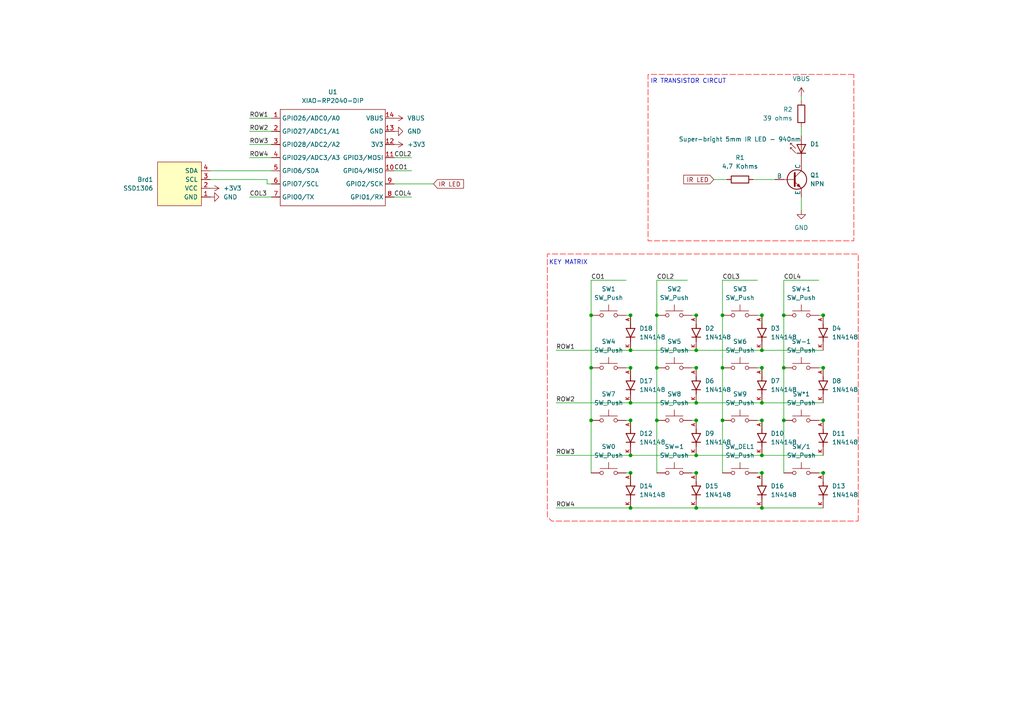
<source format=kicad_sch>
(kicad_sch
	(version 20250114)
	(generator "eeschema")
	(generator_version "9.0")
	(uuid "5fb7ecf2-f1ec-4d42-9506-449dbc2be37c")
	(paper "A4")
	(lib_symbols
		(symbol "1N4148:1N4148"
			(pin_names
				(offset 1.016)
			)
			(exclude_from_sim no)
			(in_bom yes)
			(on_board yes)
			(property "Reference" "D"
				(at -5.08 2.54 0)
				(effects
					(font
						(size 1.27 1.27)
					)
					(justify left bottom)
				)
			)
			(property "Value" "1N4148"
				(at -5.08 -3.81 0)
				(effects
					(font
						(size 1.27 1.27)
					)
					(justify left bottom)
				)
			)
			(property "Footprint" "1N4148:DIOAD753W49L380D172B"
				(at 0 0 0)
				(effects
					(font
						(size 1.27 1.27)
					)
					(justify bottom)
					(hide yes)
				)
			)
			(property "Datasheet" ""
				(at 0 0 0)
				(effects
					(font
						(size 1.27 1.27)
					)
					(hide yes)
				)
			)
			(property "Description" ""
				(at 0 0 0)
				(effects
					(font
						(size 1.27 1.27)
					)
					(hide yes)
				)
			)
			(property "DigiKey_Part_Number" "1N4148FS-ND"
				(at 0 0 0)
				(effects
					(font
						(size 1.27 1.27)
					)
					(justify bottom)
					(hide yes)
				)
			)
			(property "SnapEDA_Link" "https://www.snapeda.com/parts/1N4148/Onsemi/view-part/?ref=snap"
				(at 0 0 0)
				(effects
					(font
						(size 1.27 1.27)
					)
					(justify bottom)
					(hide yes)
				)
			)
			(property "MAXIMUM_PACKAGE_HEIGHT" "1.91mm"
				(at 0 0 0)
				(effects
					(font
						(size 1.27 1.27)
					)
					(justify bottom)
					(hide yes)
				)
			)
			(property "Package" "AXIAL LEAD-2 ON Semiconductor"
				(at 0 0 0)
				(effects
					(font
						(size 1.27 1.27)
					)
					(justify bottom)
					(hide yes)
				)
			)
			(property "Check_prices" "https://www.snapeda.com/parts/1N4148/Onsemi/view-part/?ref=eda"
				(at 0 0 0)
				(effects
					(font
						(size 1.27 1.27)
					)
					(justify bottom)
					(hide yes)
				)
			)
			(property "STANDARD" "IPC-7351B"
				(at 0 0 0)
				(effects
					(font
						(size 1.27 1.27)
					)
					(justify bottom)
					(hide yes)
				)
			)
			(property "PARTREV" "5"
				(at 0 0 0)
				(effects
					(font
						(size 1.27 1.27)
					)
					(justify bottom)
					(hide yes)
				)
			)
			(property "MF" "onsemi"
				(at 0 0 0)
				(effects
					(font
						(size 1.27 1.27)
					)
					(justify bottom)
					(hide yes)
				)
			)
			(property "MP" "1N4148"
				(at 0 0 0)
				(effects
					(font
						(size 1.27 1.27)
					)
					(justify bottom)
					(hide yes)
				)
			)
			(property "Description_1" "Diode Standard 75V 200mA Surface Mount SOD-523F"
				(at 0 0 0)
				(effects
					(font
						(size 1.27 1.27)
					)
					(justify bottom)
					(hide yes)
				)
			)
			(property "MANUFACTURER" "Onsemi"
				(at 0 0 0)
				(effects
					(font
						(size 1.27 1.27)
					)
					(justify bottom)
					(hide yes)
				)
			)
			(symbol "1N4148_0_0"
				(polyline
					(pts
						(xy -2.54 0) (xy -1.27 0)
					)
					(stroke
						(width 0.254)
						(type default)
					)
					(fill
						(type none)
					)
				)
				(polyline
					(pts
						(xy -1.27 1.27) (xy -1.27 0)
					)
					(stroke
						(width 0.254)
						(type default)
					)
					(fill
						(type none)
					)
				)
				(polyline
					(pts
						(xy -1.27 0) (xy -1.27 -1.27)
					)
					(stroke
						(width 0.254)
						(type default)
					)
					(fill
						(type none)
					)
				)
				(polyline
					(pts
						(xy -1.27 -1.27) (xy 1.27 0)
					)
					(stroke
						(width 0.254)
						(type default)
					)
					(fill
						(type none)
					)
				)
				(polyline
					(pts
						(xy 1.27 1.27) (xy 1.27 0)
					)
					(stroke
						(width 0.254)
						(type default)
					)
					(fill
						(type none)
					)
				)
				(polyline
					(pts
						(xy 1.27 0) (xy -1.27 1.27)
					)
					(stroke
						(width 0.254)
						(type default)
					)
					(fill
						(type none)
					)
				)
				(polyline
					(pts
						(xy 1.27 0) (xy 1.27 -1.27)
					)
					(stroke
						(width 0.254)
						(type default)
					)
					(fill
						(type none)
					)
				)
				(polyline
					(pts
						(xy 1.27 0) (xy 2.54 0)
					)
					(stroke
						(width 0.254)
						(type default)
					)
					(fill
						(type none)
					)
				)
				(pin passive line
					(at -5.08 0 0)
					(length 2.54)
					(name "~"
						(effects
							(font
								(size 1.016 1.016)
							)
						)
					)
					(number "A"
						(effects
							(font
								(size 1.016 1.016)
							)
						)
					)
				)
				(pin passive line
					(at 5.08 0 180)
					(length 2.54)
					(name "~"
						(effects
							(font
								(size 1.016 1.016)
							)
						)
					)
					(number "K"
						(effects
							(font
								(size 1.016 1.016)
							)
						)
					)
				)
			)
			(embedded_fonts no)
		)
		(symbol "Device:R"
			(pin_numbers
				(hide yes)
			)
			(pin_names
				(offset 0)
			)
			(exclude_from_sim no)
			(in_bom yes)
			(on_board yes)
			(property "Reference" "R"
				(at 2.032 0 90)
				(effects
					(font
						(size 1.27 1.27)
					)
				)
			)
			(property "Value" "R"
				(at 0 0 90)
				(effects
					(font
						(size 1.27 1.27)
					)
				)
			)
			(property "Footprint" ""
				(at -1.778 0 90)
				(effects
					(font
						(size 1.27 1.27)
					)
					(hide yes)
				)
			)
			(property "Datasheet" "~"
				(at 0 0 0)
				(effects
					(font
						(size 1.27 1.27)
					)
					(hide yes)
				)
			)
			(property "Description" "Resistor"
				(at 0 0 0)
				(effects
					(font
						(size 1.27 1.27)
					)
					(hide yes)
				)
			)
			(property "ki_keywords" "R res resistor"
				(at 0 0 0)
				(effects
					(font
						(size 1.27 1.27)
					)
					(hide yes)
				)
			)
			(property "ki_fp_filters" "R_*"
				(at 0 0 0)
				(effects
					(font
						(size 1.27 1.27)
					)
					(hide yes)
				)
			)
			(symbol "R_0_1"
				(rectangle
					(start -1.016 -2.54)
					(end 1.016 2.54)
					(stroke
						(width 0.254)
						(type default)
					)
					(fill
						(type none)
					)
				)
			)
			(symbol "R_1_1"
				(pin passive line
					(at 0 3.81 270)
					(length 1.27)
					(name "~"
						(effects
							(font
								(size 1.27 1.27)
							)
						)
					)
					(number "1"
						(effects
							(font
								(size 1.27 1.27)
							)
						)
					)
				)
				(pin passive line
					(at 0 -3.81 90)
					(length 1.27)
					(name "~"
						(effects
							(font
								(size 1.27 1.27)
							)
						)
					)
					(number "2"
						(effects
							(font
								(size 1.27 1.27)
							)
						)
					)
				)
			)
			(embedded_fonts no)
		)
		(symbol "LED:CQY99"
			(pin_numbers
				(hide yes)
			)
			(pin_names
				(offset 1.016)
				(hide yes)
			)
			(exclude_from_sim no)
			(in_bom yes)
			(on_board yes)
			(property "Reference" "D"
				(at 0.508 1.778 0)
				(effects
					(font
						(size 1.27 1.27)
					)
					(justify left)
				)
			)
			(property "Value" "CQY99"
				(at -1.016 -2.794 0)
				(effects
					(font
						(size 1.27 1.27)
					)
				)
			)
			(property "Footprint" "LED_THT:LED_D5.0mm_IRGrey"
				(at 0 4.445 0)
				(effects
					(font
						(size 1.27 1.27)
					)
					(hide yes)
				)
			)
			(property "Datasheet" "https://www.prtice.info/IMG/pdf/CQY99.pdf"
				(at -1.27 0 0)
				(effects
					(font
						(size 1.27 1.27)
					)
					(hide yes)
				)
			)
			(property "Description" "950nm IR-LED, 5mm"
				(at 0 0 0)
				(effects
					(font
						(size 1.27 1.27)
					)
					(hide yes)
				)
			)
			(property "ki_keywords" "IR LED"
				(at 0 0 0)
				(effects
					(font
						(size 1.27 1.27)
					)
					(hide yes)
				)
			)
			(property "ki_fp_filters" "LED*5.0mm*IRGrey*"
				(at 0 0 0)
				(effects
					(font
						(size 1.27 1.27)
					)
					(hide yes)
				)
			)
			(symbol "CQY99_0_1"
				(polyline
					(pts
						(xy -2.54 1.27) (xy -2.54 -1.27)
					)
					(stroke
						(width 0.254)
						(type default)
					)
					(fill
						(type none)
					)
				)
				(polyline
					(pts
						(xy -2.413 1.651) (xy -0.889 3.175) (xy -0.889 2.667) (xy -0.889 3.175) (xy -1.397 3.175)
					)
					(stroke
						(width 0)
						(type default)
					)
					(fill
						(type none)
					)
				)
				(polyline
					(pts
						(xy -1.143 1.651) (xy 0.381 3.175) (xy 0.381 2.667)
					)
					(stroke
						(width 0)
						(type default)
					)
					(fill
						(type none)
					)
				)
				(polyline
					(pts
						(xy 0 0) (xy -2.54 0)
					)
					(stroke
						(width 0)
						(type default)
					)
					(fill
						(type none)
					)
				)
				(polyline
					(pts
						(xy 0 -1.27) (xy -2.54 0) (xy 0 1.27) (xy 0 -1.27)
					)
					(stroke
						(width 0.254)
						(type default)
					)
					(fill
						(type none)
					)
				)
				(polyline
					(pts
						(xy 0.381 3.175) (xy -0.127 3.175)
					)
					(stroke
						(width 0)
						(type default)
					)
					(fill
						(type none)
					)
				)
			)
			(symbol "CQY99_1_1"
				(pin passive line
					(at -5.08 0 0)
					(length 2.54)
					(name "K"
						(effects
							(font
								(size 1.27 1.27)
							)
						)
					)
					(number "1"
						(effects
							(font
								(size 1.27 1.27)
							)
						)
					)
				)
				(pin passive line
					(at 2.54 0 180)
					(length 2.54)
					(name "A"
						(effects
							(font
								(size 1.27 1.27)
							)
						)
					)
					(number "2"
						(effects
							(font
								(size 1.27 1.27)
							)
						)
					)
				)
			)
			(embedded_fonts no)
		)
		(symbol "SSD1306-128x64_OLED:SSD1306"
			(pin_names
				(offset 1.016)
			)
			(exclude_from_sim no)
			(in_bom yes)
			(on_board yes)
			(property "Reference" "Brd"
				(at 0 -3.81 0)
				(effects
					(font
						(size 1.27 1.27)
					)
				)
			)
			(property "Value" "SSD1306"
				(at 0 -1.27 0)
				(effects
					(font
						(size 1.27 1.27)
					)
				)
			)
			(property "Footprint" ""
				(at 0 6.35 0)
				(effects
					(font
						(size 1.27 1.27)
					)
					(hide yes)
				)
			)
			(property "Datasheet" ""
				(at 0 6.35 0)
				(effects
					(font
						(size 1.27 1.27)
					)
					(hide yes)
				)
			)
			(property "Description" ""
				(at 0 0 0)
				(effects
					(font
						(size 1.27 1.27)
					)
					(hide yes)
				)
			)
			(property "ki_fp_filters" "SSD1306-128x64_OLED:SSD1306"
				(at 0 0 0)
				(effects
					(font
						(size 1.27 1.27)
					)
					(hide yes)
				)
			)
			(symbol "SSD1306_0_1"
				(rectangle
					(start -6.35 6.35)
					(end 6.35 -6.35)
					(stroke
						(width 0)
						(type solid)
					)
					(fill
						(type background)
					)
				)
			)
			(symbol "SSD1306_1_1"
				(pin input line
					(at -3.81 8.89 270)
					(length 2.54)
					(name "GND"
						(effects
							(font
								(size 1.27 1.27)
							)
						)
					)
					(number "1"
						(effects
							(font
								(size 1.27 1.27)
							)
						)
					)
				)
				(pin input line
					(at -1.27 8.89 270)
					(length 2.54)
					(name "VCC"
						(effects
							(font
								(size 1.27 1.27)
							)
						)
					)
					(number "2"
						(effects
							(font
								(size 1.27 1.27)
							)
						)
					)
				)
				(pin input line
					(at 1.27 8.89 270)
					(length 2.54)
					(name "SCL"
						(effects
							(font
								(size 1.27 1.27)
							)
						)
					)
					(number "3"
						(effects
							(font
								(size 1.27 1.27)
							)
						)
					)
				)
				(pin input line
					(at 3.81 8.89 270)
					(length 2.54)
					(name "SDA"
						(effects
							(font
								(size 1.27 1.27)
							)
						)
					)
					(number "4"
						(effects
							(font
								(size 1.27 1.27)
							)
						)
					)
				)
			)
			(embedded_fonts no)
		)
		(symbol "Seeed_Studio_XIAO_Series:XIAO-RP2040-DIP"
			(exclude_from_sim no)
			(in_bom yes)
			(on_board yes)
			(property "Reference" "U"
				(at 0 0 0)
				(effects
					(font
						(size 1.27 1.27)
					)
				)
			)
			(property "Value" "XIAO-RP2040-DIP"
				(at 5.334 -1.778 0)
				(effects
					(font
						(size 1.27 1.27)
					)
				)
			)
			(property "Footprint" "Module:MOUDLE14P-XIAO-DIP-SMD"
				(at 14.478 -32.258 0)
				(effects
					(font
						(size 1.27 1.27)
					)
					(hide yes)
				)
			)
			(property "Datasheet" ""
				(at 0 0 0)
				(effects
					(font
						(size 1.27 1.27)
					)
					(hide yes)
				)
			)
			(property "Description" ""
				(at 0 0 0)
				(effects
					(font
						(size 1.27 1.27)
					)
					(hide yes)
				)
			)
			(symbol "XIAO-RP2040-DIP_1_0"
				(polyline
					(pts
						(xy -1.27 -2.54) (xy 29.21 -2.54)
					)
					(stroke
						(width 0.1524)
						(type solid)
					)
					(fill
						(type none)
					)
				)
				(polyline
					(pts
						(xy -1.27 -5.08) (xy -2.54 -5.08)
					)
					(stroke
						(width 0.1524)
						(type solid)
					)
					(fill
						(type none)
					)
				)
				(polyline
					(pts
						(xy -1.27 -5.08) (xy -1.27 -2.54)
					)
					(stroke
						(width 0.1524)
						(type solid)
					)
					(fill
						(type none)
					)
				)
				(polyline
					(pts
						(xy -1.27 -8.89) (xy -2.54 -8.89)
					)
					(stroke
						(width 0.1524)
						(type solid)
					)
					(fill
						(type none)
					)
				)
				(polyline
					(pts
						(xy -1.27 -8.89) (xy -1.27 -5.08)
					)
					(stroke
						(width 0.1524)
						(type solid)
					)
					(fill
						(type none)
					)
				)
				(polyline
					(pts
						(xy -1.27 -12.7) (xy -2.54 -12.7)
					)
					(stroke
						(width 0.1524)
						(type solid)
					)
					(fill
						(type none)
					)
				)
				(polyline
					(pts
						(xy -1.27 -12.7) (xy -1.27 -8.89)
					)
					(stroke
						(width 0.1524)
						(type solid)
					)
					(fill
						(type none)
					)
				)
				(polyline
					(pts
						(xy -1.27 -16.51) (xy -2.54 -16.51)
					)
					(stroke
						(width 0.1524)
						(type solid)
					)
					(fill
						(type none)
					)
				)
				(polyline
					(pts
						(xy -1.27 -16.51) (xy -1.27 -12.7)
					)
					(stroke
						(width 0.1524)
						(type solid)
					)
					(fill
						(type none)
					)
				)
				(polyline
					(pts
						(xy -1.27 -20.32) (xy -2.54 -20.32)
					)
					(stroke
						(width 0.1524)
						(type solid)
					)
					(fill
						(type none)
					)
				)
				(polyline
					(pts
						(xy -1.27 -24.13) (xy -2.54 -24.13)
					)
					(stroke
						(width 0.1524)
						(type solid)
					)
					(fill
						(type none)
					)
				)
				(polyline
					(pts
						(xy -1.27 -27.94) (xy -2.54 -27.94)
					)
					(stroke
						(width 0.1524)
						(type solid)
					)
					(fill
						(type none)
					)
				)
				(polyline
					(pts
						(xy -1.27 -30.48) (xy -1.27 -16.51)
					)
					(stroke
						(width 0.1524)
						(type solid)
					)
					(fill
						(type none)
					)
				)
				(polyline
					(pts
						(xy 29.21 -2.54) (xy 29.21 -5.08)
					)
					(stroke
						(width 0.1524)
						(type solid)
					)
					(fill
						(type none)
					)
				)
				(polyline
					(pts
						(xy 29.21 -5.08) (xy 29.21 -8.89)
					)
					(stroke
						(width 0.1524)
						(type solid)
					)
					(fill
						(type none)
					)
				)
				(polyline
					(pts
						(xy 29.21 -8.89) (xy 29.21 -12.7)
					)
					(stroke
						(width 0.1524)
						(type solid)
					)
					(fill
						(type none)
					)
				)
				(polyline
					(pts
						(xy 29.21 -12.7) (xy 29.21 -30.48)
					)
					(stroke
						(width 0.1524)
						(type solid)
					)
					(fill
						(type none)
					)
				)
				(polyline
					(pts
						(xy 29.21 -30.48) (xy -1.27 -30.48)
					)
					(stroke
						(width 0.1524)
						(type solid)
					)
					(fill
						(type none)
					)
				)
				(polyline
					(pts
						(xy 30.48 -5.08) (xy 29.21 -5.08)
					)
					(stroke
						(width 0.1524)
						(type solid)
					)
					(fill
						(type none)
					)
				)
				(polyline
					(pts
						(xy 30.48 -8.89) (xy 29.21 -8.89)
					)
					(stroke
						(width 0.1524)
						(type solid)
					)
					(fill
						(type none)
					)
				)
				(polyline
					(pts
						(xy 30.48 -12.7) (xy 29.21 -12.7)
					)
					(stroke
						(width 0.1524)
						(type solid)
					)
					(fill
						(type none)
					)
				)
				(polyline
					(pts
						(xy 30.48 -16.51) (xy 29.21 -16.51)
					)
					(stroke
						(width 0.1524)
						(type solid)
					)
					(fill
						(type none)
					)
				)
				(polyline
					(pts
						(xy 30.48 -20.32) (xy 29.21 -20.32)
					)
					(stroke
						(width 0.1524)
						(type solid)
					)
					(fill
						(type none)
					)
				)
				(polyline
					(pts
						(xy 30.48 -24.13) (xy 29.21 -24.13)
					)
					(stroke
						(width 0.1524)
						(type solid)
					)
					(fill
						(type none)
					)
				)
				(polyline
					(pts
						(xy 30.48 -27.94) (xy 29.21 -27.94)
					)
					(stroke
						(width 0.1524)
						(type solid)
					)
					(fill
						(type none)
					)
				)
				(pin passive line
					(at -3.81 -5.08 0)
					(length 2.54)
					(name "GPIO26/ADC0/A0"
						(effects
							(font
								(size 1.27 1.27)
							)
						)
					)
					(number "1"
						(effects
							(font
								(size 1.27 1.27)
							)
						)
					)
				)
				(pin passive line
					(at -3.81 -8.89 0)
					(length 2.54)
					(name "GPIO27/ADC1/A1"
						(effects
							(font
								(size 1.27 1.27)
							)
						)
					)
					(number "2"
						(effects
							(font
								(size 1.27 1.27)
							)
						)
					)
				)
				(pin passive line
					(at -3.81 -12.7 0)
					(length 2.54)
					(name "GPIO28/ADC2/A2"
						(effects
							(font
								(size 1.27 1.27)
							)
						)
					)
					(number "3"
						(effects
							(font
								(size 1.27 1.27)
							)
						)
					)
				)
				(pin passive line
					(at -3.81 -16.51 0)
					(length 2.54)
					(name "GPIO29/ADC3/A3"
						(effects
							(font
								(size 1.27 1.27)
							)
						)
					)
					(number "4"
						(effects
							(font
								(size 1.27 1.27)
							)
						)
					)
				)
				(pin passive line
					(at -3.81 -20.32 0)
					(length 2.54)
					(name "GPIO6/SDA"
						(effects
							(font
								(size 1.27 1.27)
							)
						)
					)
					(number "5"
						(effects
							(font
								(size 1.27 1.27)
							)
						)
					)
				)
				(pin passive line
					(at -3.81 -24.13 0)
					(length 2.54)
					(name "GPIO7/SCL"
						(effects
							(font
								(size 1.27 1.27)
							)
						)
					)
					(number "6"
						(effects
							(font
								(size 1.27 1.27)
							)
						)
					)
				)
				(pin passive line
					(at -3.81 -27.94 0)
					(length 2.54)
					(name "GPIO0/TX"
						(effects
							(font
								(size 1.27 1.27)
							)
						)
					)
					(number "7"
						(effects
							(font
								(size 1.27 1.27)
							)
						)
					)
				)
				(pin passive line
					(at 31.75 -5.08 180)
					(length 2.54)
					(name "VBUS"
						(effects
							(font
								(size 1.27 1.27)
							)
						)
					)
					(number "14"
						(effects
							(font
								(size 1.27 1.27)
							)
						)
					)
				)
				(pin passive line
					(at 31.75 -8.89 180)
					(length 2.54)
					(name "GND"
						(effects
							(font
								(size 1.27 1.27)
							)
						)
					)
					(number "13"
						(effects
							(font
								(size 1.27 1.27)
							)
						)
					)
				)
				(pin passive line
					(at 31.75 -12.7 180)
					(length 2.54)
					(name "3V3"
						(effects
							(font
								(size 1.27 1.27)
							)
						)
					)
					(number "12"
						(effects
							(font
								(size 1.27 1.27)
							)
						)
					)
				)
				(pin passive line
					(at 31.75 -16.51 180)
					(length 2.54)
					(name "GPIO3/MOSI"
						(effects
							(font
								(size 1.27 1.27)
							)
						)
					)
					(number "11"
						(effects
							(font
								(size 1.27 1.27)
							)
						)
					)
				)
				(pin passive line
					(at 31.75 -20.32 180)
					(length 2.54)
					(name "GPIO4/MISO"
						(effects
							(font
								(size 1.27 1.27)
							)
						)
					)
					(number "10"
						(effects
							(font
								(size 1.27 1.27)
							)
						)
					)
				)
				(pin passive line
					(at 31.75 -24.13 180)
					(length 2.54)
					(name "GPIO2/SCK"
						(effects
							(font
								(size 1.27 1.27)
							)
						)
					)
					(number "9"
						(effects
							(font
								(size 1.27 1.27)
							)
						)
					)
				)
				(pin passive line
					(at 31.75 -27.94 180)
					(length 2.54)
					(name "GPIO1/RX"
						(effects
							(font
								(size 1.27 1.27)
							)
						)
					)
					(number "8"
						(effects
							(font
								(size 1.27 1.27)
							)
						)
					)
				)
			)
			(embedded_fonts no)
		)
		(symbol "Simulation_SPICE:NPN"
			(pin_numbers
				(hide yes)
			)
			(pin_names
				(offset 0)
			)
			(exclude_from_sim no)
			(in_bom yes)
			(on_board yes)
			(property "Reference" "Q"
				(at -2.54 7.62 0)
				(effects
					(font
						(size 1.27 1.27)
					)
				)
			)
			(property "Value" "NPN"
				(at -2.54 5.08 0)
				(effects
					(font
						(size 1.27 1.27)
					)
				)
			)
			(property "Footprint" ""
				(at 63.5 0 0)
				(effects
					(font
						(size 1.27 1.27)
					)
					(hide yes)
				)
			)
			(property "Datasheet" "https://ngspice.sourceforge.io/docs/ngspice-html-manual/manual.xhtml#cha_BJTs"
				(at 63.5 0 0)
				(effects
					(font
						(size 1.27 1.27)
					)
					(hide yes)
				)
			)
			(property "Description" "Bipolar transistor symbol for simulation only, substrate tied to the emitter"
				(at 0 0 0)
				(effects
					(font
						(size 1.27 1.27)
					)
					(hide yes)
				)
			)
			(property "Sim.Device" "NPN"
				(at 0 0 0)
				(effects
					(font
						(size 1.27 1.27)
					)
					(hide yes)
				)
			)
			(property "Sim.Type" "GUMMELPOON"
				(at 0 0 0)
				(effects
					(font
						(size 1.27 1.27)
					)
					(hide yes)
				)
			)
			(property "Sim.Pins" "1=C 2=B 3=E"
				(at 0 0 0)
				(effects
					(font
						(size 1.27 1.27)
					)
					(hide yes)
				)
			)
			(property "ki_keywords" "simulation"
				(at 0 0 0)
				(effects
					(font
						(size 1.27 1.27)
					)
					(hide yes)
				)
			)
			(symbol "NPN_0_1"
				(polyline
					(pts
						(xy -2.54 0) (xy 0.635 0)
					)
					(stroke
						(width 0.1524)
						(type default)
					)
					(fill
						(type none)
					)
				)
				(polyline
					(pts
						(xy 0.635 1.905) (xy 0.635 -1.905) (xy 0.635 -1.905)
					)
					(stroke
						(width 0.508)
						(type default)
					)
					(fill
						(type none)
					)
				)
				(polyline
					(pts
						(xy 0.635 0.635) (xy 2.54 2.54)
					)
					(stroke
						(width 0)
						(type default)
					)
					(fill
						(type none)
					)
				)
				(polyline
					(pts
						(xy 0.635 -0.635) (xy 2.54 -2.54) (xy 2.54 -2.54)
					)
					(stroke
						(width 0)
						(type default)
					)
					(fill
						(type none)
					)
				)
				(circle
					(center 1.27 0)
					(radius 2.8194)
					(stroke
						(width 0.254)
						(type default)
					)
					(fill
						(type none)
					)
				)
				(polyline
					(pts
						(xy 1.27 -1.778) (xy 1.778 -1.27) (xy 2.286 -2.286) (xy 1.27 -1.778) (xy 1.27 -1.778)
					)
					(stroke
						(width 0)
						(type default)
					)
					(fill
						(type outline)
					)
				)
				(polyline
					(pts
						(xy 2.794 -1.27) (xy 2.794 -1.27)
					)
					(stroke
						(width 0.1524)
						(type default)
					)
					(fill
						(type none)
					)
				)
				(polyline
					(pts
						(xy 2.794 -1.27) (xy 2.794 -1.27)
					)
					(stroke
						(width 0.1524)
						(type default)
					)
					(fill
						(type none)
					)
				)
			)
			(symbol "NPN_1_1"
				(pin input line
					(at -5.08 0 0)
					(length 2.54)
					(name "B"
						(effects
							(font
								(size 1.27 1.27)
							)
						)
					)
					(number "2"
						(effects
							(font
								(size 1.27 1.27)
							)
						)
					)
				)
				(pin open_collector line
					(at 2.54 5.08 270)
					(length 2.54)
					(name "C"
						(effects
							(font
								(size 1.27 1.27)
							)
						)
					)
					(number "1"
						(effects
							(font
								(size 1.27 1.27)
							)
						)
					)
				)
				(pin open_emitter line
					(at 2.54 -5.08 90)
					(length 2.54)
					(name "E"
						(effects
							(font
								(size 1.27 1.27)
							)
						)
					)
					(number "3"
						(effects
							(font
								(size 1.27 1.27)
							)
						)
					)
				)
			)
			(embedded_fonts no)
		)
		(symbol "Switch:SW_Push"
			(pin_numbers
				(hide yes)
			)
			(pin_names
				(offset 1.016)
				(hide yes)
			)
			(exclude_from_sim no)
			(in_bom yes)
			(on_board yes)
			(property "Reference" "SW"
				(at 1.27 2.54 0)
				(effects
					(font
						(size 1.27 1.27)
					)
					(justify left)
				)
			)
			(property "Value" "SW_Push"
				(at 0 -1.524 0)
				(effects
					(font
						(size 1.27 1.27)
					)
				)
			)
			(property "Footprint" ""
				(at 0 5.08 0)
				(effects
					(font
						(size 1.27 1.27)
					)
					(hide yes)
				)
			)
			(property "Datasheet" "~"
				(at 0 5.08 0)
				(effects
					(font
						(size 1.27 1.27)
					)
					(hide yes)
				)
			)
			(property "Description" "Push button switch, generic, two pins"
				(at 0 0 0)
				(effects
					(font
						(size 1.27 1.27)
					)
					(hide yes)
				)
			)
			(property "ki_keywords" "switch normally-open pushbutton push-button"
				(at 0 0 0)
				(effects
					(font
						(size 1.27 1.27)
					)
					(hide yes)
				)
			)
			(symbol "SW_Push_0_1"
				(circle
					(center -2.032 0)
					(radius 0.508)
					(stroke
						(width 0)
						(type default)
					)
					(fill
						(type none)
					)
				)
				(polyline
					(pts
						(xy 0 1.27) (xy 0 3.048)
					)
					(stroke
						(width 0)
						(type default)
					)
					(fill
						(type none)
					)
				)
				(circle
					(center 2.032 0)
					(radius 0.508)
					(stroke
						(width 0)
						(type default)
					)
					(fill
						(type none)
					)
				)
				(polyline
					(pts
						(xy 2.54 1.27) (xy -2.54 1.27)
					)
					(stroke
						(width 0)
						(type default)
					)
					(fill
						(type none)
					)
				)
				(pin passive line
					(at -5.08 0 0)
					(length 2.54)
					(name "1"
						(effects
							(font
								(size 1.27 1.27)
							)
						)
					)
					(number "1"
						(effects
							(font
								(size 1.27 1.27)
							)
						)
					)
				)
				(pin passive line
					(at 5.08 0 180)
					(length 2.54)
					(name "2"
						(effects
							(font
								(size 1.27 1.27)
							)
						)
					)
					(number "2"
						(effects
							(font
								(size 1.27 1.27)
							)
						)
					)
				)
			)
			(embedded_fonts no)
		)
		(symbol "power:+3V3"
			(power)
			(pin_numbers
				(hide yes)
			)
			(pin_names
				(offset 0)
				(hide yes)
			)
			(exclude_from_sim no)
			(in_bom yes)
			(on_board yes)
			(property "Reference" "#PWR"
				(at 0 -3.81 0)
				(effects
					(font
						(size 1.27 1.27)
					)
					(hide yes)
				)
			)
			(property "Value" "+3V3"
				(at 0 3.556 0)
				(effects
					(font
						(size 1.27 1.27)
					)
				)
			)
			(property "Footprint" ""
				(at 0 0 0)
				(effects
					(font
						(size 1.27 1.27)
					)
					(hide yes)
				)
			)
			(property "Datasheet" ""
				(at 0 0 0)
				(effects
					(font
						(size 1.27 1.27)
					)
					(hide yes)
				)
			)
			(property "Description" "Power symbol creates a global label with name \"+3V3\""
				(at 0 0 0)
				(effects
					(font
						(size 1.27 1.27)
					)
					(hide yes)
				)
			)
			(property "ki_keywords" "global power"
				(at 0 0 0)
				(effects
					(font
						(size 1.27 1.27)
					)
					(hide yes)
				)
			)
			(symbol "+3V3_0_1"
				(polyline
					(pts
						(xy -0.762 1.27) (xy 0 2.54)
					)
					(stroke
						(width 0)
						(type default)
					)
					(fill
						(type none)
					)
				)
				(polyline
					(pts
						(xy 0 2.54) (xy 0.762 1.27)
					)
					(stroke
						(width 0)
						(type default)
					)
					(fill
						(type none)
					)
				)
				(polyline
					(pts
						(xy 0 0) (xy 0 2.54)
					)
					(stroke
						(width 0)
						(type default)
					)
					(fill
						(type none)
					)
				)
			)
			(symbol "+3V3_1_1"
				(pin power_in line
					(at 0 0 90)
					(length 0)
					(name "~"
						(effects
							(font
								(size 1.27 1.27)
							)
						)
					)
					(number "1"
						(effects
							(font
								(size 1.27 1.27)
							)
						)
					)
				)
			)
			(embedded_fonts no)
		)
		(symbol "power:GND"
			(power)
			(pin_numbers
				(hide yes)
			)
			(pin_names
				(offset 0)
				(hide yes)
			)
			(exclude_from_sim no)
			(in_bom yes)
			(on_board yes)
			(property "Reference" "#PWR"
				(at 0 -6.35 0)
				(effects
					(font
						(size 1.27 1.27)
					)
					(hide yes)
				)
			)
			(property "Value" "GND"
				(at 0 -3.81 0)
				(effects
					(font
						(size 1.27 1.27)
					)
				)
			)
			(property "Footprint" ""
				(at 0 0 0)
				(effects
					(font
						(size 1.27 1.27)
					)
					(hide yes)
				)
			)
			(property "Datasheet" ""
				(at 0 0 0)
				(effects
					(font
						(size 1.27 1.27)
					)
					(hide yes)
				)
			)
			(property "Description" "Power symbol creates a global label with name \"GND\" , ground"
				(at 0 0 0)
				(effects
					(font
						(size 1.27 1.27)
					)
					(hide yes)
				)
			)
			(property "ki_keywords" "global power"
				(at 0 0 0)
				(effects
					(font
						(size 1.27 1.27)
					)
					(hide yes)
				)
			)
			(symbol "GND_0_1"
				(polyline
					(pts
						(xy 0 0) (xy 0 -1.27) (xy 1.27 -1.27) (xy 0 -2.54) (xy -1.27 -1.27) (xy 0 -1.27)
					)
					(stroke
						(width 0)
						(type default)
					)
					(fill
						(type none)
					)
				)
			)
			(symbol "GND_1_1"
				(pin power_in line
					(at 0 0 270)
					(length 0)
					(name "~"
						(effects
							(font
								(size 1.27 1.27)
							)
						)
					)
					(number "1"
						(effects
							(font
								(size 1.27 1.27)
							)
						)
					)
				)
			)
			(embedded_fonts no)
		)
		(symbol "power:VBUS"
			(power)
			(pin_numbers
				(hide yes)
			)
			(pin_names
				(offset 0)
				(hide yes)
			)
			(exclude_from_sim no)
			(in_bom yes)
			(on_board yes)
			(property "Reference" "#PWR"
				(at 0 -3.81 0)
				(effects
					(font
						(size 1.27 1.27)
					)
					(hide yes)
				)
			)
			(property "Value" "VBUS"
				(at 0 3.556 0)
				(effects
					(font
						(size 1.27 1.27)
					)
				)
			)
			(property "Footprint" ""
				(at 0 0 0)
				(effects
					(font
						(size 1.27 1.27)
					)
					(hide yes)
				)
			)
			(property "Datasheet" ""
				(at 0 0 0)
				(effects
					(font
						(size 1.27 1.27)
					)
					(hide yes)
				)
			)
			(property "Description" "Power symbol creates a global label with name \"VBUS\""
				(at 0 0 0)
				(effects
					(font
						(size 1.27 1.27)
					)
					(hide yes)
				)
			)
			(property "ki_keywords" "global power"
				(at 0 0 0)
				(effects
					(font
						(size 1.27 1.27)
					)
					(hide yes)
				)
			)
			(symbol "VBUS_0_1"
				(polyline
					(pts
						(xy -0.762 1.27) (xy 0 2.54)
					)
					(stroke
						(width 0)
						(type default)
					)
					(fill
						(type none)
					)
				)
				(polyline
					(pts
						(xy 0 2.54) (xy 0.762 1.27)
					)
					(stroke
						(width 0)
						(type default)
					)
					(fill
						(type none)
					)
				)
				(polyline
					(pts
						(xy 0 0) (xy 0 2.54)
					)
					(stroke
						(width 0)
						(type default)
					)
					(fill
						(type none)
					)
				)
			)
			(symbol "VBUS_1_1"
				(pin power_in line
					(at 0 0 90)
					(length 0)
					(name "~"
						(effects
							(font
								(size 1.27 1.27)
							)
						)
					)
					(number "1"
						(effects
							(font
								(size 1.27 1.27)
							)
						)
					)
				)
			)
			(embedded_fonts no)
		)
	)
	(text "IR TRANSISTOR CIRCUT"
		(exclude_from_sim no)
		(at 199.644 23.622 0)
		(effects
			(font
				(size 1.27 1.27)
			)
		)
		(uuid "480a1045-de46-4e81-b146-71ce2a0c6a55")
	)
	(text "KEY MATRIX"
		(exclude_from_sim no)
		(at 164.846 76.2 0)
		(effects
			(font
				(size 1.27 1.27)
			)
		)
		(uuid "ade12095-5662-4145-814c-339c667b3981")
	)
	(junction
		(at 220.98 132.08)
		(diameter 0)
		(color 0 0 0 0)
		(uuid "0fa19fa0-d4a9-45da-9ba6-9811192b6e10")
	)
	(junction
		(at 190.5 121.92)
		(diameter 0)
		(color 0 0 0 0)
		(uuid "248a6e9f-41c2-4fb1-8068-75ed35d1882f")
	)
	(junction
		(at 171.45 91.44)
		(diameter 0)
		(color 0 0 0 0)
		(uuid "249df61a-5877-4f12-a96c-49f12cda839f")
	)
	(junction
		(at 182.88 137.16)
		(diameter 0)
		(color 0 0 0 0)
		(uuid "355c314f-0982-4aa5-9935-1d60d3c4d588")
	)
	(junction
		(at 182.88 101.6)
		(diameter 0)
		(color 0 0 0 0)
		(uuid "3784c5c1-4f83-404d-8224-38c7f2d2ae0a")
	)
	(junction
		(at 190.5 91.44)
		(diameter 0)
		(color 0 0 0 0)
		(uuid "38d65535-89c6-43b0-9807-a5e44931256e")
	)
	(junction
		(at 220.98 137.16)
		(diameter 0)
		(color 0 0 0 0)
		(uuid "3bda1cb1-b673-4722-a812-2a5f14b84b12")
	)
	(junction
		(at 182.88 91.44)
		(diameter 0)
		(color 0 0 0 0)
		(uuid "46182ac3-2fbf-4ae3-b325-29c9d648639c")
	)
	(junction
		(at 209.55 91.44)
		(diameter 0)
		(color 0 0 0 0)
		(uuid "4afce7eb-1c3f-48b8-b9d8-f03044962a77")
	)
	(junction
		(at 182.88 121.92)
		(diameter 0)
		(color 0 0 0 0)
		(uuid "4f4f21d8-9d9b-4de3-a42b-93a8a8577bce")
	)
	(junction
		(at 201.93 106.68)
		(diameter 0)
		(color 0 0 0 0)
		(uuid "4f92c018-c728-43f8-b3af-7484377deb78")
	)
	(junction
		(at 171.45 106.68)
		(diameter 0)
		(color 0 0 0 0)
		(uuid "52b9982d-682d-46f8-be92-bdf4966191c9")
	)
	(junction
		(at 238.76 121.92)
		(diameter 0)
		(color 0 0 0 0)
		(uuid "5499ce0d-7f0b-4214-a98d-94da5d83bcd1")
	)
	(junction
		(at 220.98 116.84)
		(diameter 0)
		(color 0 0 0 0)
		(uuid "674b9d7e-dbc2-4ae0-b01a-bf31cd824d5a")
	)
	(junction
		(at 201.93 101.6)
		(diameter 0)
		(color 0 0 0 0)
		(uuid "6d0639c7-64b8-489a-8962-b3fd3abcb84c")
	)
	(junction
		(at 220.98 101.6)
		(diameter 0)
		(color 0 0 0 0)
		(uuid "732dabe0-da52-48da-ae18-f8aa7401cb17")
	)
	(junction
		(at 227.33 106.68)
		(diameter 0)
		(color 0 0 0 0)
		(uuid "738fc3c8-47f5-4bc5-bb70-364e267031f4")
	)
	(junction
		(at 209.55 121.92)
		(diameter 0)
		(color 0 0 0 0)
		(uuid "7e193e0f-9a25-4672-aafb-0c3f327cd835")
	)
	(junction
		(at 220.98 147.32)
		(diameter 0)
		(color 0 0 0 0)
		(uuid "86550617-aa10-412c-88a3-31cfab55c2ee")
	)
	(junction
		(at 201.93 116.84)
		(diameter 0)
		(color 0 0 0 0)
		(uuid "8cb8f875-f41d-4430-81f5-f84879f64048")
	)
	(junction
		(at 227.33 121.92)
		(diameter 0)
		(color 0 0 0 0)
		(uuid "972671f2-3902-4f51-a845-809db945ae55")
	)
	(junction
		(at 182.88 132.08)
		(diameter 0)
		(color 0 0 0 0)
		(uuid "979b5b48-860f-45ff-8f70-a36e5aef0846")
	)
	(junction
		(at 201.93 132.08)
		(diameter 0)
		(color 0 0 0 0)
		(uuid "a0d8084a-e97b-4eb7-b1b7-128ce7ba623a")
	)
	(junction
		(at 182.88 106.68)
		(diameter 0)
		(color 0 0 0 0)
		(uuid "a109c999-551e-456e-a564-b677ea3c508b")
	)
	(junction
		(at 182.88 147.32)
		(diameter 0)
		(color 0 0 0 0)
		(uuid "a2f61813-85d3-47aa-b769-c5acfbd455ce")
	)
	(junction
		(at 182.88 116.84)
		(diameter 0)
		(color 0 0 0 0)
		(uuid "ab4e3c07-7a2b-40f7-b018-9c7cf2678277")
	)
	(junction
		(at 238.76 106.68)
		(diameter 0)
		(color 0 0 0 0)
		(uuid "b07e8221-8e60-49f4-9b8d-842e5fdf4838")
	)
	(junction
		(at 171.45 121.92)
		(diameter 0)
		(color 0 0 0 0)
		(uuid "ba3ec8c9-23ea-42c8-9b1f-526d0f34f5ff")
	)
	(junction
		(at 201.93 137.16)
		(diameter 0)
		(color 0 0 0 0)
		(uuid "baca7d1e-415f-4d53-b1ae-7b46bab7336d")
	)
	(junction
		(at 227.33 91.44)
		(diameter 0)
		(color 0 0 0 0)
		(uuid "bd65fc9b-bab5-48cc-972c-ddcd78e816c9")
	)
	(junction
		(at 190.5 106.68)
		(diameter 0)
		(color 0 0 0 0)
		(uuid "c3ea8d53-75f4-4c29-a33d-288aa4edae5c")
	)
	(junction
		(at 220.98 106.68)
		(diameter 0)
		(color 0 0 0 0)
		(uuid "cbfe6d9e-bab7-4a9d-9972-1b32341d95fc")
	)
	(junction
		(at 201.93 147.32)
		(diameter 0)
		(color 0 0 0 0)
		(uuid "d3088fe8-d674-4bcf-b4de-9519c3d32783")
	)
	(junction
		(at 201.93 121.92)
		(diameter 0)
		(color 0 0 0 0)
		(uuid "dd752f86-8ddc-4350-b3bd-541ab23b6455")
	)
	(junction
		(at 220.98 121.92)
		(diameter 0)
		(color 0 0 0 0)
		(uuid "df9be6da-b9a8-471b-aafe-3a9397ba992b")
	)
	(junction
		(at 220.98 91.44)
		(diameter 0)
		(color 0 0 0 0)
		(uuid "e33551d9-81c4-4fce-b8a7-b2ffca060f60")
	)
	(junction
		(at 201.93 91.44)
		(diameter 0)
		(color 0 0 0 0)
		(uuid "e7625696-42c3-4c50-a92a-a615fe1df16d")
	)
	(junction
		(at 238.76 91.44)
		(diameter 0)
		(color 0 0 0 0)
		(uuid "f79715dc-4bf2-485d-9541-3a2347a2efe4")
	)
	(junction
		(at 238.76 137.16)
		(diameter 0)
		(color 0 0 0 0)
		(uuid "fbae3963-34b0-49a4-9bc7-44b489fc12c9")
	)
	(junction
		(at 209.55 106.68)
		(diameter 0)
		(color 0 0 0 0)
		(uuid "fe7132df-3aa0-44e0-874a-12a49bbb5f28")
	)
	(wire
		(pts
			(xy 227.33 81.28) (xy 237.49 81.28)
		)
		(stroke
			(width 0)
			(type default)
		)
		(uuid "009b34e9-be53-41c5-966c-c82f78746473")
	)
	(wire
		(pts
			(xy 238.76 109.22) (xy 238.76 106.68)
		)
		(stroke
			(width 0)
			(type default)
		)
		(uuid "00ef1ccf-f780-46bb-838b-0528a6f32127")
	)
	(wire
		(pts
			(xy 201.93 121.92) (xy 200.66 121.92)
		)
		(stroke
			(width 0)
			(type default)
		)
		(uuid "059eb7c9-9a9a-41d6-a4fb-587367b77a9a")
	)
	(wire
		(pts
			(xy 72.39 38.1) (xy 78.74 38.1)
		)
		(stroke
			(width 0)
			(type default)
		)
		(uuid "08c10400-382f-41c8-8082-d706a827e5b8")
	)
	(wire
		(pts
			(xy 238.76 124.46) (xy 238.76 121.92)
		)
		(stroke
			(width 0)
			(type default)
		)
		(uuid "0b43b461-ffc6-4b3c-a5c5-7568833c8b6e")
	)
	(wire
		(pts
			(xy 190.5 106.68) (xy 190.5 121.92)
		)
		(stroke
			(width 0)
			(type default)
		)
		(uuid "0d9e2e61-04a7-4bde-8311-9e19513e25cf")
	)
	(wire
		(pts
			(xy 182.88 116.84) (xy 201.93 116.84)
		)
		(stroke
			(width 0)
			(type default)
		)
		(uuid "0f126cf2-4e57-4234-b829-4de24ce05fec")
	)
	(wire
		(pts
			(xy 182.88 132.08) (xy 201.93 132.08)
		)
		(stroke
			(width 0)
			(type default)
		)
		(uuid "0ff4c3f6-c7ff-4bda-90e4-3d8ec1ec1a16")
	)
	(wire
		(pts
			(xy 161.29 147.32) (xy 182.88 147.32)
		)
		(stroke
			(width 0)
			(type default)
		)
		(uuid "184a4fde-e361-4f89-9335-47beb9cc169c")
	)
	(wire
		(pts
			(xy 182.88 139.7) (xy 182.88 137.16)
		)
		(stroke
			(width 0)
			(type default)
		)
		(uuid "1d9d0c49-6de3-422d-a4fa-75abf577fd0d")
	)
	(wire
		(pts
			(xy 72.39 45.72) (xy 78.74 45.72)
		)
		(stroke
			(width 0)
			(type default)
		)
		(uuid "1de51692-5267-4da0-bc19-7a653a9633ed")
	)
	(wire
		(pts
			(xy 209.55 121.92) (xy 209.55 137.16)
		)
		(stroke
			(width 0)
			(type default)
		)
		(uuid "1e0cbc8e-ce0b-4fb3-bc0b-3caac3139fd8")
	)
	(wire
		(pts
			(xy 77.47 52.07) (xy 77.47 53.34)
		)
		(stroke
			(width 0)
			(type default)
		)
		(uuid "21b69a90-0df0-451c-b019-b230458ea1c9")
	)
	(wire
		(pts
			(xy 60.96 52.07) (xy 77.47 52.07)
		)
		(stroke
			(width 0)
			(type default)
		)
		(uuid "2836b040-4795-41b5-a1fa-b7937fd220af")
	)
	(wire
		(pts
			(xy 201.93 147.32) (xy 220.98 147.32)
		)
		(stroke
			(width 0)
			(type default)
		)
		(uuid "2f7ab57b-8e74-44b9-a7cf-1ad7cc8ddb13")
	)
	(wire
		(pts
			(xy 220.98 147.32) (xy 238.76 147.32)
		)
		(stroke
			(width 0)
			(type default)
		)
		(uuid "3eeb44ec-a12d-46d4-a76e-6e039a0ba2f2")
	)
	(wire
		(pts
			(xy 220.98 109.22) (xy 220.98 106.68)
		)
		(stroke
			(width 0)
			(type default)
		)
		(uuid "3f1463fb-58f0-4fc0-8c92-d54e05090bed")
	)
	(wire
		(pts
			(xy 201.93 139.7) (xy 201.93 137.16)
		)
		(stroke
			(width 0)
			(type default)
		)
		(uuid "41ef783a-2cc3-4513-a844-1678a6856888")
	)
	(wire
		(pts
			(xy 182.88 124.46) (xy 182.88 121.92)
		)
		(stroke
			(width 0)
			(type default)
		)
		(uuid "481ae2f8-dde7-49e5-ae07-f2db074cec00")
	)
	(wire
		(pts
			(xy 190.5 91.44) (xy 190.5 81.28)
		)
		(stroke
			(width 0)
			(type default)
		)
		(uuid "4b5cb786-a75c-466b-a7a6-3890a5384942")
	)
	(wire
		(pts
			(xy 201.93 106.68) (xy 200.66 106.68)
		)
		(stroke
			(width 0)
			(type default)
		)
		(uuid "4bec7a22-e5f3-4bca-9703-8f30ce1099b0")
	)
	(wire
		(pts
			(xy 171.45 106.68) (xy 171.45 121.92)
		)
		(stroke
			(width 0)
			(type default)
		)
		(uuid "52d79032-2fa8-4bbc-bb85-a237fe6eabed")
	)
	(wire
		(pts
			(xy 161.29 132.08) (xy 182.88 132.08)
		)
		(stroke
			(width 0)
			(type default)
		)
		(uuid "569a1daa-c6ab-48fd-88ba-bd0ffdb611a5")
	)
	(wire
		(pts
			(xy 171.45 121.92) (xy 171.45 137.16)
		)
		(stroke
			(width 0)
			(type default)
		)
		(uuid "5952e43a-151b-4077-83fd-3fd811d4da43")
	)
	(wire
		(pts
			(xy 220.98 139.7) (xy 220.98 137.16)
		)
		(stroke
			(width 0)
			(type default)
		)
		(uuid "5c388816-d7e7-4e2c-b6fd-0299d0c8cf4e")
	)
	(wire
		(pts
			(xy 171.45 81.28) (xy 181.61 81.28)
		)
		(stroke
			(width 0)
			(type default)
		)
		(uuid "5dbfb90f-5124-4c27-8556-4ab6bf588796")
	)
	(wire
		(pts
			(xy 232.41 57.15) (xy 232.41 60.96)
		)
		(stroke
			(width 0)
			(type default)
		)
		(uuid "5e9db651-e551-4b49-aeea-7e9d5a116fd5")
	)
	(wire
		(pts
			(xy 125.73 53.34) (xy 114.3 53.34)
		)
		(stroke
			(width 0)
			(type default)
		)
		(uuid "62a38d45-f463-4e86-98b1-715ca1b6c416")
	)
	(wire
		(pts
			(xy 161.29 101.6) (xy 182.88 101.6)
		)
		(stroke
			(width 0)
			(type default)
		)
		(uuid "64261066-da33-495d-a85e-40a67e4a1eac")
	)
	(wire
		(pts
			(xy 182.88 137.16) (xy 181.61 137.16)
		)
		(stroke
			(width 0)
			(type default)
		)
		(uuid "647043c6-f685-4bff-a277-bdc1a4d56824")
	)
	(wire
		(pts
			(xy 201.93 109.22) (xy 201.93 106.68)
		)
		(stroke
			(width 0)
			(type default)
		)
		(uuid "6636dac7-087b-420a-80bb-c27e0444ce19")
	)
	(wire
		(pts
			(xy 220.98 93.98) (xy 220.98 91.44)
		)
		(stroke
			(width 0)
			(type default)
		)
		(uuid "6883414e-856a-424d-8fd1-f8eea5eb816d")
	)
	(wire
		(pts
			(xy 114.3 45.72) (xy 119.38 45.72)
		)
		(stroke
			(width 0)
			(type default)
		)
		(uuid "68dce53c-bbbe-4ffa-93f7-6253ca78bf88")
	)
	(wire
		(pts
			(xy 201.93 132.08) (xy 220.98 132.08)
		)
		(stroke
			(width 0)
			(type default)
		)
		(uuid "6e4a124d-5774-451e-bb98-5a7fe2ecb60e")
	)
	(wire
		(pts
			(xy 218.44 52.07) (xy 224.79 52.07)
		)
		(stroke
			(width 0)
			(type default)
		)
		(uuid "71aebfd4-eb6b-4d55-933d-b0381c7c137d")
	)
	(wire
		(pts
			(xy 220.98 137.16) (xy 219.71 137.16)
		)
		(stroke
			(width 0)
			(type default)
		)
		(uuid "72aa34ac-a581-4e7d-8eef-bed63f568257")
	)
	(wire
		(pts
			(xy 77.47 53.34) (xy 78.74 53.34)
		)
		(stroke
			(width 0)
			(type default)
		)
		(uuid "76e87079-2762-4ec3-b9da-dd30544d2926")
	)
	(wire
		(pts
			(xy 190.5 81.28) (xy 199.39 81.28)
		)
		(stroke
			(width 0)
			(type default)
		)
		(uuid "7c33dfd8-da94-4eca-9c79-509453cf093e")
	)
	(wire
		(pts
			(xy 182.88 106.68) (xy 181.61 106.68)
		)
		(stroke
			(width 0)
			(type default)
		)
		(uuid "7cd3ef5a-d7c2-4ca5-9e57-085f778bc578")
	)
	(wire
		(pts
			(xy 220.98 116.84) (xy 238.76 116.84)
		)
		(stroke
			(width 0)
			(type default)
		)
		(uuid "862a7751-4af6-4646-bfa1-835778500c10")
	)
	(wire
		(pts
			(xy 237.49 91.44) (xy 238.76 91.44)
		)
		(stroke
			(width 0)
			(type default)
		)
		(uuid "86d2e1c2-e527-4327-b5b3-c6fa76bd5797")
	)
	(wire
		(pts
			(xy 171.45 91.44) (xy 171.45 106.68)
		)
		(stroke
			(width 0)
			(type default)
		)
		(uuid "87fa0b3f-9400-4c28-81ea-51f07cebc242")
	)
	(wire
		(pts
			(xy 190.5 121.92) (xy 190.5 137.16)
		)
		(stroke
			(width 0)
			(type default)
		)
		(uuid "882e5690-4555-4bb7-a0aa-58af077d9e5e")
	)
	(wire
		(pts
			(xy 209.55 91.44) (xy 209.55 106.68)
		)
		(stroke
			(width 0)
			(type default)
		)
		(uuid "8b9fa274-5f64-4877-b828-0b70134dc905")
	)
	(wire
		(pts
			(xy 72.39 57.15) (xy 78.74 57.15)
		)
		(stroke
			(width 0)
			(type default)
		)
		(uuid "8c20e9cc-de40-42b1-97f1-2112eaeb8f12")
	)
	(wire
		(pts
			(xy 238.76 106.68) (xy 237.49 106.68)
		)
		(stroke
			(width 0)
			(type default)
		)
		(uuid "8d3b31bb-0f09-4b77-960c-4ef5baac46e8")
	)
	(wire
		(pts
			(xy 220.98 101.6) (xy 238.76 101.6)
		)
		(stroke
			(width 0)
			(type default)
		)
		(uuid "8decfef7-3afa-4262-b50a-125941105047")
	)
	(wire
		(pts
			(xy 182.88 101.6) (xy 201.93 101.6)
		)
		(stroke
			(width 0)
			(type default)
		)
		(uuid "8e429c63-fac1-4092-9d8b-d7a3bf115510")
	)
	(wire
		(pts
			(xy 182.88 109.22) (xy 182.88 106.68)
		)
		(stroke
			(width 0)
			(type default)
		)
		(uuid "8f773aaa-0b3d-49ba-b9d2-452757086c46")
	)
	(wire
		(pts
			(xy 201.93 116.84) (xy 220.98 116.84)
		)
		(stroke
			(width 0)
			(type default)
		)
		(uuid "91a986e6-5bef-4b53-b230-39b664697eed")
	)
	(wire
		(pts
			(xy 72.39 34.29) (xy 78.74 34.29)
		)
		(stroke
			(width 0)
			(type default)
		)
		(uuid "91ee6004-82a5-4148-9309-bad0158d8170")
	)
	(wire
		(pts
			(xy 72.39 41.91) (xy 78.74 41.91)
		)
		(stroke
			(width 0)
			(type default)
		)
		(uuid "928cbb5b-36a0-49d5-be64-23fa58d7a09d")
	)
	(wire
		(pts
			(xy 227.33 91.44) (xy 227.33 106.68)
		)
		(stroke
			(width 0)
			(type default)
		)
		(uuid "94767f84-2917-4bc0-afb1-dba3d16037d3")
	)
	(wire
		(pts
			(xy 209.55 81.28) (xy 219.71 81.28)
		)
		(stroke
			(width 0)
			(type default)
		)
		(uuid "96f5e467-47b5-41a5-a352-e0263294a996")
	)
	(wire
		(pts
			(xy 209.55 91.44) (xy 209.55 81.28)
		)
		(stroke
			(width 0)
			(type default)
		)
		(uuid "98a3f0ec-e6fc-4e23-9822-7efa51b16155")
	)
	(wire
		(pts
			(xy 60.96 49.53) (xy 78.74 49.53)
		)
		(stroke
			(width 0)
			(type default)
		)
		(uuid "9ad0dcff-fb7a-442c-82bd-dfaca1466fc7")
	)
	(wire
		(pts
			(xy 182.88 147.32) (xy 201.93 147.32)
		)
		(stroke
			(width 0)
			(type default)
		)
		(uuid "9c6d31ab-8734-472f-b7ab-6c8db0a943b5")
	)
	(wire
		(pts
			(xy 114.3 49.53) (xy 119.38 49.53)
		)
		(stroke
			(width 0)
			(type default)
		)
		(uuid "a54d39ab-bb07-46a5-9a59-9d4f3b1b40d0")
	)
	(wire
		(pts
			(xy 209.55 106.68) (xy 209.55 121.92)
		)
		(stroke
			(width 0)
			(type default)
		)
		(uuid "a68ebbe9-2a5b-4162-a3d5-babc58300eff")
	)
	(wire
		(pts
			(xy 201.93 91.44) (xy 200.66 91.44)
		)
		(stroke
			(width 0)
			(type default)
		)
		(uuid "a783e497-b3cc-43de-9096-5fdbd5843550")
	)
	(wire
		(pts
			(xy 238.76 91.44) (xy 238.76 93.98)
		)
		(stroke
			(width 0)
			(type default)
		)
		(uuid "ae76d230-162d-4457-b0cf-16627f10ee93")
	)
	(wire
		(pts
			(xy 220.98 91.44) (xy 219.71 91.44)
		)
		(stroke
			(width 0)
			(type default)
		)
		(uuid "aec0ec6b-ea9c-47bc-bfe5-feef619234b7")
	)
	(wire
		(pts
			(xy 232.41 36.83) (xy 232.41 39.37)
		)
		(stroke
			(width 0)
			(type default)
		)
		(uuid "b0ceedd7-d25b-4190-b254-12c1ebf18b39")
	)
	(wire
		(pts
			(xy 220.98 121.92) (xy 219.71 121.92)
		)
		(stroke
			(width 0)
			(type default)
		)
		(uuid "b236fa27-580c-4839-8bb8-309947bdc210")
	)
	(wire
		(pts
			(xy 201.93 101.6) (xy 220.98 101.6)
		)
		(stroke
			(width 0)
			(type default)
		)
		(uuid "bb417ef8-2949-436b-9ad9-a81251fed896")
	)
	(wire
		(pts
			(xy 220.98 106.68) (xy 219.71 106.68)
		)
		(stroke
			(width 0)
			(type default)
		)
		(uuid "be15dddf-1048-4b51-885b-591a3c98e811")
	)
	(wire
		(pts
			(xy 220.98 132.08) (xy 238.76 132.08)
		)
		(stroke
			(width 0)
			(type default)
		)
		(uuid "bfffc9f5-9971-497c-9535-fab4ee9558e9")
	)
	(wire
		(pts
			(xy 227.33 106.68) (xy 227.33 121.92)
		)
		(stroke
			(width 0)
			(type default)
		)
		(uuid "c00ccf7e-f55f-451b-a9c6-667bc9f2ff5b")
	)
	(wire
		(pts
			(xy 238.76 121.92) (xy 237.49 121.92)
		)
		(stroke
			(width 0)
			(type default)
		)
		(uuid "c1acf111-26e6-4315-b9ee-2149bd1a98b9")
	)
	(wire
		(pts
			(xy 227.33 121.92) (xy 227.33 137.16)
		)
		(stroke
			(width 0)
			(type default)
		)
		(uuid "c2945301-a49b-470c-a96c-329c9c4e007d")
	)
	(wire
		(pts
			(xy 171.45 91.44) (xy 171.45 81.28)
		)
		(stroke
			(width 0)
			(type default)
		)
		(uuid "c2a62cbb-a01e-4c66-add8-3064d3419ad6")
	)
	(wire
		(pts
			(xy 238.76 139.7) (xy 238.76 137.16)
		)
		(stroke
			(width 0)
			(type default)
		)
		(uuid "c6d60436-9d54-4de8-8742-859592c6c464")
	)
	(wire
		(pts
			(xy 182.88 91.44) (xy 181.61 91.44)
		)
		(stroke
			(width 0)
			(type default)
		)
		(uuid "c7a2ff4b-b540-4655-ae99-40ae311c5e82")
	)
	(wire
		(pts
			(xy 201.93 124.46) (xy 201.93 121.92)
		)
		(stroke
			(width 0)
			(type default)
		)
		(uuid "cd6925c9-21f3-4747-a8cc-0f97a9314601")
	)
	(wire
		(pts
			(xy 182.88 121.92) (xy 181.61 121.92)
		)
		(stroke
			(width 0)
			(type default)
		)
		(uuid "d0e85e95-5b00-42e5-9436-918351a1be0e")
	)
	(wire
		(pts
			(xy 201.93 137.16) (xy 200.66 137.16)
		)
		(stroke
			(width 0)
			(type default)
		)
		(uuid "d38db740-7223-49e9-9b7f-896387498d02")
	)
	(wire
		(pts
			(xy 201.93 93.98) (xy 201.93 91.44)
		)
		(stroke
			(width 0)
			(type default)
		)
		(uuid "d65ebebb-b8d1-437e-805a-5d278de30d6d")
	)
	(wire
		(pts
			(xy 182.88 93.98) (xy 182.88 91.44)
		)
		(stroke
			(width 0)
			(type default)
		)
		(uuid "d6b061ea-7147-41d8-9977-d74f4766c360")
	)
	(wire
		(pts
			(xy 220.98 124.46) (xy 220.98 121.92)
		)
		(stroke
			(width 0)
			(type default)
		)
		(uuid "d70b5814-7c46-4e0b-924d-05a55669b78d")
	)
	(wire
		(pts
			(xy 207.01 52.07) (xy 210.82 52.07)
		)
		(stroke
			(width 0)
			(type default)
		)
		(uuid "d7fc8be8-640f-4b21-9a5b-6974e35fc819")
	)
	(wire
		(pts
			(xy 114.3 57.15) (xy 119.38 57.15)
		)
		(stroke
			(width 0)
			(type default)
		)
		(uuid "da5a680d-0c2e-404d-b2bc-e04152b7941f")
	)
	(wire
		(pts
			(xy 161.29 116.84) (xy 182.88 116.84)
		)
		(stroke
			(width 0)
			(type default)
		)
		(uuid "da8fa448-5ab0-4359-931a-6ae4293ca7c0")
	)
	(wire
		(pts
			(xy 232.41 27.94) (xy 232.41 29.21)
		)
		(stroke
			(width 0)
			(type default)
		)
		(uuid "dcf2b99e-55b2-404d-8f54-e3c865a20d79")
	)
	(wire
		(pts
			(xy 238.76 137.16) (xy 237.49 137.16)
		)
		(stroke
			(width 0)
			(type default)
		)
		(uuid "dcfdea6e-e603-4e2a-9de7-890c6a07811c")
	)
	(wire
		(pts
			(xy 227.33 81.28) (xy 227.33 91.44)
		)
		(stroke
			(width 0)
			(type default)
		)
		(uuid "e7231db0-ad14-433f-a771-ef2b77f2285c")
	)
	(wire
		(pts
			(xy 190.5 91.44) (xy 190.5 106.68)
		)
		(stroke
			(width 0)
			(type default)
		)
		(uuid "fb02cec4-e8b9-4f98-acf5-98402ce4a820")
	)
	(label "ROW4"
		(at 161.29 147.32 0)
		(effects
			(font
				(size 1.27 1.27)
			)
			(justify left bottom)
		)
		(uuid "07947b98-40ce-4a7d-aa38-a0596a51e15c")
	)
	(label "COL2"
		(at 190.5 81.28 0)
		(effects
			(font
				(size 1.27 1.27)
			)
			(justify left bottom)
		)
		(uuid "1d033608-77bb-4812-92f2-b412cf0953ba")
	)
	(label "CO1"
		(at 114.3 49.53 0)
		(effects
			(font
				(size 1.27 1.27)
			)
			(justify left bottom)
		)
		(uuid "1e8631cf-9bca-44c4-949b-82ebb749a645")
	)
	(label "ROW1"
		(at 72.39 34.29 0)
		(effects
			(font
				(size 1.27 1.27)
			)
			(justify left bottom)
		)
		(uuid "2a24147b-23ae-4ff6-9396-669ff5565fc3")
	)
	(label "ROW3"
		(at 161.29 132.08 0)
		(effects
			(font
				(size 1.27 1.27)
			)
			(justify left bottom)
		)
		(uuid "3b40a48d-3649-4727-b3ba-c53c9fb41a6b")
	)
	(label "ROW2"
		(at 161.29 116.84 0)
		(effects
			(font
				(size 1.27 1.27)
			)
			(justify left bottom)
		)
		(uuid "51f3302f-046d-4b41-b08e-041a500c1b41")
	)
	(label "ROW4"
		(at 72.39 45.72 0)
		(effects
			(font
				(size 1.27 1.27)
			)
			(justify left bottom)
		)
		(uuid "525dc104-08fe-4c62-8d26-7d25a19de5ed")
	)
	(label "COL4"
		(at 227.33 81.28 0)
		(effects
			(font
				(size 1.27 1.27)
			)
			(justify left bottom)
		)
		(uuid "6fe6c6e5-f2d3-42f0-a623-3933503a7bbe")
	)
	(label "ROW2"
		(at 72.39 38.1 0)
		(effects
			(font
				(size 1.27 1.27)
			)
			(justify left bottom)
		)
		(uuid "799dd6a3-e454-472d-9692-bc66687cb8f0")
	)
	(label "COL2"
		(at 119.38 45.72 180)
		(effects
			(font
				(size 1.27 1.27)
			)
			(justify right bottom)
		)
		(uuid "7dace492-de68-4ac2-bd45-c8ceff1ad96f")
	)
	(label "COL3"
		(at 209.55 81.28 0)
		(effects
			(font
				(size 1.27 1.27)
			)
			(justify left bottom)
		)
		(uuid "b12eee0a-098d-413e-a9bc-20b911642ec5")
	)
	(label "CO1"
		(at 171.45 81.28 0)
		(effects
			(font
				(size 1.27 1.27)
			)
			(justify left bottom)
		)
		(uuid "b6cc98d3-1df3-48ff-9184-7eaed0d8f8f8")
	)
	(label "ROW1"
		(at 161.29 101.6 0)
		(effects
			(font
				(size 1.27 1.27)
			)
			(justify left bottom)
		)
		(uuid "ba76f3f3-da72-4176-8124-85782c77d52a")
	)
	(label "ROW3"
		(at 72.39 41.91 0)
		(effects
			(font
				(size 1.27 1.27)
			)
			(justify left bottom)
		)
		(uuid "d58bc2f3-0ebb-494f-b9f3-5728de1324d0")
	)
	(label "COL4"
		(at 114.3 57.15 0)
		(effects
			(font
				(size 1.27 1.27)
			)
			(justify left bottom)
		)
		(uuid "daef1931-ad5f-41e5-a39b-f61c2119ef67")
	)
	(label "COL3"
		(at 72.39 57.15 0)
		(effects
			(font
				(size 1.27 1.27)
			)
			(justify left bottom)
		)
		(uuid "db8ba552-7ed8-47f5-880e-00de4ad7ec1a")
	)
	(global_label "IR LED"
		(shape input)
		(at 125.73 53.34 0)
		(fields_autoplaced yes)
		(effects
			(font
				(size 1.27 1.27)
			)
			(justify left)
		)
		(uuid "41725688-bee0-429f-a9f0-628d63f9dc5b")
		(property "Intersheetrefs" "${INTERSHEET_REFS}"
			(at 135.0047 53.34 0)
			(effects
				(font
					(size 1.27 1.27)
				)
				(justify left)
				(hide yes)
			)
		)
	)
	(global_label "IR LED"
		(shape input)
		(at 207.01 52.07 180)
		(fields_autoplaced yes)
		(effects
			(font
				(size 1.27 1.27)
			)
			(justify right)
		)
		(uuid "789afa94-5954-4b66-9d63-5aff1a02e84a")
		(property "Intersheetrefs" "${INTERSHEET_REFS}"
			(at 197.7353 52.07 0)
			(effects
				(font
					(size 1.27 1.27)
				)
				(justify right)
				(hide yes)
			)
		)
	)
	(rule_area
		(polyline
			(pts
				(xy 247.65 21.59) (xy 187.96 21.59) (xy 187.96 69.85) (xy 247.65 69.85)
			)
			(stroke
				(width 0)
				(type dash)
			)
			(fill
				(type none)
			)
			(uuid 347c774d-f965-44e6-98b3-0f69bd3d6110)
		)
	)
	(rule_area
		(polyline
			(pts
				(xy 248.92 151.13) (xy 248.92 73.66) (xy 158.75 73.66) (xy 158.75 149.86) (xy 160.02 151.13)
			)
			(stroke
				(width 0)
				(type dash)
			)
			(fill
				(type none)
			)
			(uuid 7222ed04-185f-457a-aa71-4f8a4ab00be0)
		)
	)
	(symbol
		(lib_id "1N4148:1N4148")
		(at 220.98 142.24 270)
		(unit 1)
		(exclude_from_sim no)
		(in_bom yes)
		(on_board yes)
		(dnp no)
		(fields_autoplaced yes)
		(uuid "051fd5a6-a40a-43ea-8d55-0ba6f44ca492")
		(property "Reference" "D16"
			(at 223.52 140.9699 90)
			(effects
				(font
					(size 1.27 1.27)
				)
				(justify left)
			)
		)
		(property "Value" "1N4148"
			(at 223.52 143.5099 90)
			(effects
				(font
					(size 1.27 1.27)
				)
				(justify left)
			)
		)
		(property "Footprint" "1N4148 (3):DIOAD753W49L380D172B"
			(at 220.98 142.24 0)
			(effects
				(font
					(size 1.27 1.27)
				)
				(justify bottom)
				(hide yes)
			)
		)
		(property "Datasheet" ""
			(at 220.98 142.24 0)
			(effects
				(font
					(size 1.27 1.27)
				)
				(hide yes)
			)
		)
		(property "Description" ""
			(at 220.98 142.24 0)
			(effects
				(font
					(size 1.27 1.27)
				)
				(hide yes)
			)
		)
		(property "DigiKey_Part_Number" "1N4148FS-ND"
			(at 220.98 142.24 0)
			(effects
				(font
					(size 1.27 1.27)
				)
				(justify bottom)
				(hide yes)
			)
		)
		(property "SnapEDA_Link" "https://www.snapeda.com/parts/1N4148/Onsemi/view-part/?ref=snap"
			(at 220.98 142.24 0)
			(effects
				(font
					(size 1.27 1.27)
				)
				(justify bottom)
				(hide yes)
			)
		)
		(property "MAXIMUM_PACKAGE_HEIGHT" "1.91mm"
			(at 220.98 142.24 0)
			(effects
				(font
					(size 1.27 1.27)
				)
				(justify bottom)
				(hide yes)
			)
		)
		(property "Package" "AXIAL LEAD-2 ON Semiconductor"
			(at 220.98 142.24 0)
			(effects
				(font
					(size 1.27 1.27)
				)
				(justify bottom)
				(hide yes)
			)
		)
		(property "Check_prices" "https://www.snapeda.com/parts/1N4148/Onsemi/view-part/?ref=eda"
			(at 220.98 142.24 0)
			(effects
				(font
					(size 1.27 1.27)
				)
				(justify bottom)
				(hide yes)
			)
		)
		(property "STANDARD" "IPC-7351B"
			(at 220.98 142.24 0)
			(effects
				(font
					(size 1.27 1.27)
				)
				(justify bottom)
				(hide yes)
			)
		)
		(property "PARTREV" "5"
			(at 220.98 142.24 0)
			(effects
				(font
					(size 1.27 1.27)
				)
				(justify bottom)
				(hide yes)
			)
		)
		(property "MF" "onsemi"
			(at 220.98 142.24 0)
			(effects
				(font
					(size 1.27 1.27)
				)
				(justify bottom)
				(hide yes)
			)
		)
		(property "MP" "1N4148"
			(at 220.98 142.24 0)
			(effects
				(font
					(size 1.27 1.27)
				)
				(justify bottom)
				(hide yes)
			)
		)
		(property "Description_1" "Diode Standard 75V 200mA Surface Mount SOD-523F"
			(at 220.98 142.24 0)
			(effects
				(font
					(size 1.27 1.27)
				)
				(justify bottom)
				(hide yes)
			)
		)
		(property "MANUFACTURER" "Onsemi"
			(at 220.98 142.24 0)
			(effects
				(font
					(size 1.27 1.27)
				)
				(justify bottom)
				(hide yes)
			)
		)
		(pin "K"
			(uuid "9cfbb07b-5eb4-4e09-9e93-7e36c1cc84f8")
		)
		(pin "A"
			(uuid "82139669-a132-4c52-8b28-eae0219b9aa3")
		)
		(instances
			(project "CALCULATOR+ TVKILLER"
				(path "/5fb7ecf2-f1ec-4d42-9506-449dbc2be37c"
					(reference "D16")
					(unit 1)
				)
			)
		)
	)
	(symbol
		(lib_id "Switch:SW_Push")
		(at 195.58 121.92 0)
		(unit 1)
		(exclude_from_sim no)
		(in_bom yes)
		(on_board yes)
		(dnp no)
		(fields_autoplaced yes)
		(uuid "056865b0-c965-4e68-b238-b1cd97b0a0c5")
		(property "Reference" "SW8"
			(at 195.58 114.3 0)
			(effects
				(font
					(size 1.27 1.27)
				)
			)
		)
		(property "Value" "SW_Push"
			(at 195.58 116.84 0)
			(effects
				(font
					(size 1.27 1.27)
				)
			)
		)
		(property "Footprint" "Button_Switch_Keyboard:SW_Cherry_MX_1.00u_PCB"
			(at 195.58 116.84 0)
			(effects
				(font
					(size 1.27 1.27)
				)
				(hide yes)
			)
		)
		(property "Datasheet" "~"
			(at 195.58 116.84 0)
			(effects
				(font
					(size 1.27 1.27)
				)
				(hide yes)
			)
		)
		(property "Description" "Push button switch, generic, two pins"
			(at 195.58 121.92 0)
			(effects
				(font
					(size 1.27 1.27)
				)
				(hide yes)
			)
		)
		(pin "2"
			(uuid "e8ebc392-6426-4e71-b8eb-f2592561eb2d")
		)
		(pin "1"
			(uuid "9d8c3880-3ccf-4af5-bcb2-1b7d439a9430")
		)
		(instances
			(project "CALCULATOR+ TVKILLER"
				(path "/5fb7ecf2-f1ec-4d42-9506-449dbc2be37c"
					(reference "SW8")
					(unit 1)
				)
			)
		)
	)
	(symbol
		(lib_id "1N4148:1N4148")
		(at 201.93 142.24 270)
		(unit 1)
		(exclude_from_sim no)
		(in_bom yes)
		(on_board yes)
		(dnp no)
		(fields_autoplaced yes)
		(uuid "0ad30b76-5221-4a7e-a264-95f3093ccd22")
		(property "Reference" "D15"
			(at 204.47 140.9699 90)
			(effects
				(font
					(size 1.27 1.27)
				)
				(justify left)
			)
		)
		(property "Value" "1N4148"
			(at 204.47 143.5099 90)
			(effects
				(font
					(size 1.27 1.27)
				)
				(justify left)
			)
		)
		(property "Footprint" "1N4148 (3):DIOAD753W49L380D172B"
			(at 201.93 142.24 0)
			(effects
				(font
					(size 1.27 1.27)
				)
				(justify bottom)
				(hide yes)
			)
		)
		(property "Datasheet" ""
			(at 201.93 142.24 0)
			(effects
				(font
					(size 1.27 1.27)
				)
				(hide yes)
			)
		)
		(property "Description" ""
			(at 201.93 142.24 0)
			(effects
				(font
					(size 1.27 1.27)
				)
				(hide yes)
			)
		)
		(property "DigiKey_Part_Number" "1N4148FS-ND"
			(at 201.93 142.24 0)
			(effects
				(font
					(size 1.27 1.27)
				)
				(justify bottom)
				(hide yes)
			)
		)
		(property "SnapEDA_Link" "https://www.snapeda.com/parts/1N4148/Onsemi/view-part/?ref=snap"
			(at 201.93 142.24 0)
			(effects
				(font
					(size 1.27 1.27)
				)
				(justify bottom)
				(hide yes)
			)
		)
		(property "MAXIMUM_PACKAGE_HEIGHT" "1.91mm"
			(at 201.93 142.24 0)
			(effects
				(font
					(size 1.27 1.27)
				)
				(justify bottom)
				(hide yes)
			)
		)
		(property "Package" "AXIAL LEAD-2 ON Semiconductor"
			(at 201.93 142.24 0)
			(effects
				(font
					(size 1.27 1.27)
				)
				(justify bottom)
				(hide yes)
			)
		)
		(property "Check_prices" "https://www.snapeda.com/parts/1N4148/Onsemi/view-part/?ref=eda"
			(at 201.93 142.24 0)
			(effects
				(font
					(size 1.27 1.27)
				)
				(justify bottom)
				(hide yes)
			)
		)
		(property "STANDARD" "IPC-7351B"
			(at 201.93 142.24 0)
			(effects
				(font
					(size 1.27 1.27)
				)
				(justify bottom)
				(hide yes)
			)
		)
		(property "PARTREV" "5"
			(at 201.93 142.24 0)
			(effects
				(font
					(size 1.27 1.27)
				)
				(justify bottom)
				(hide yes)
			)
		)
		(property "MF" "onsemi"
			(at 201.93 142.24 0)
			(effects
				(font
					(size 1.27 1.27)
				)
				(justify bottom)
				(hide yes)
			)
		)
		(property "MP" "1N4148"
			(at 201.93 142.24 0)
			(effects
				(font
					(size 1.27 1.27)
				)
				(justify bottom)
				(hide yes)
			)
		)
		(property "Description_1" "Diode Standard 75V 200mA Surface Mount SOD-523F"
			(at 201.93 142.24 0)
			(effects
				(font
					(size 1.27 1.27)
				)
				(justify bottom)
				(hide yes)
			)
		)
		(property "MANUFACTURER" "Onsemi"
			(at 201.93 142.24 0)
			(effects
				(font
					(size 1.27 1.27)
				)
				(justify bottom)
				(hide yes)
			)
		)
		(pin "K"
			(uuid "84fe4677-1fa4-4916-b7c2-96e1f2308f3d")
		)
		(pin "A"
			(uuid "790051b9-cacc-4bef-b0e4-365047dff922")
		)
		(instances
			(project "CALCULATOR+ TVKILLER"
				(path "/5fb7ecf2-f1ec-4d42-9506-449dbc2be37c"
					(reference "D15")
					(unit 1)
				)
			)
		)
	)
	(symbol
		(lib_id "Switch:SW_Push")
		(at 232.41 91.44 0)
		(unit 1)
		(exclude_from_sim no)
		(in_bom yes)
		(on_board yes)
		(dnp no)
		(fields_autoplaced yes)
		(uuid "0be0b29b-b0f0-4261-974e-aa6b006dc7af")
		(property "Reference" "SW+1"
			(at 232.41 83.82 0)
			(effects
				(font
					(size 1.27 1.27)
				)
			)
		)
		(property "Value" "SW_Push"
			(at 232.41 86.36 0)
			(effects
				(font
					(size 1.27 1.27)
				)
			)
		)
		(property "Footprint" "Button_Switch_Keyboard:SW_Cherry_MX_1.00u_PCB"
			(at 232.41 86.36 0)
			(effects
				(font
					(size 1.27 1.27)
				)
				(hide yes)
			)
		)
		(property "Datasheet" "~"
			(at 232.41 86.36 0)
			(effects
				(font
					(size 1.27 1.27)
				)
				(hide yes)
			)
		)
		(property "Description" "Push button switch, generic, two pins"
			(at 232.41 91.44 0)
			(effects
				(font
					(size 1.27 1.27)
				)
				(hide yes)
			)
		)
		(pin "2"
			(uuid "c3c3bc02-0503-4602-b10f-381dd00f9578")
		)
		(pin "1"
			(uuid "cab4f96d-0cc8-4b90-92e0-feb125fb96d2")
		)
		(instances
			(project "CALCULATOR+ TVKILLER"
				(path "/5fb7ecf2-f1ec-4d42-9506-449dbc2be37c"
					(reference "SW+1")
					(unit 1)
				)
			)
		)
	)
	(symbol
		(lib_id "Switch:SW_Push")
		(at 195.58 91.44 0)
		(unit 1)
		(exclude_from_sim no)
		(in_bom yes)
		(on_board yes)
		(dnp no)
		(fields_autoplaced yes)
		(uuid "0d5d2967-845f-41fa-a330-31c66daa7c2c")
		(property "Reference" "SW2"
			(at 195.58 83.82 0)
			(effects
				(font
					(size 1.27 1.27)
				)
			)
		)
		(property "Value" "SW_Push"
			(at 195.58 86.36 0)
			(effects
				(font
					(size 1.27 1.27)
				)
			)
		)
		(property "Footprint" "Button_Switch_Keyboard:SW_Cherry_MX_1.00u_PCB"
			(at 195.58 86.36 0)
			(effects
				(font
					(size 1.27 1.27)
				)
				(hide yes)
			)
		)
		(property "Datasheet" "~"
			(at 195.58 86.36 0)
			(effects
				(font
					(size 1.27 1.27)
				)
				(hide yes)
			)
		)
		(property "Description" "Push button switch, generic, two pins"
			(at 195.58 91.44 0)
			(effects
				(font
					(size 1.27 1.27)
				)
				(hide yes)
			)
		)
		(pin "2"
			(uuid "681f4e2a-3f46-4a06-82b0-1f9fd3b18111")
		)
		(pin "1"
			(uuid "5ea3771a-7cae-443e-8d8f-c809af730965")
		)
		(instances
			(project "CALCULATOR+ TVKILLER"
				(path "/5fb7ecf2-f1ec-4d42-9506-449dbc2be37c"
					(reference "SW2")
					(unit 1)
				)
			)
		)
	)
	(symbol
		(lib_id "1N4148:1N4148")
		(at 182.88 142.24 270)
		(unit 1)
		(exclude_from_sim no)
		(in_bom yes)
		(on_board yes)
		(dnp no)
		(fields_autoplaced yes)
		(uuid "0ea35dcc-5cf6-4a0f-948c-d86e6692a25c")
		(property "Reference" "D14"
			(at 185.42 140.9699 90)
			(effects
				(font
					(size 1.27 1.27)
				)
				(justify left)
			)
		)
		(property "Value" "1N4148"
			(at 185.42 143.5099 90)
			(effects
				(font
					(size 1.27 1.27)
				)
				(justify left)
			)
		)
		(property "Footprint" "1N4148 (3):DIOAD753W49L380D172B"
			(at 182.88 142.24 0)
			(effects
				(font
					(size 1.27 1.27)
				)
				(justify bottom)
				(hide yes)
			)
		)
		(property "Datasheet" ""
			(at 182.88 142.24 0)
			(effects
				(font
					(size 1.27 1.27)
				)
				(hide yes)
			)
		)
		(property "Description" ""
			(at 182.88 142.24 0)
			(effects
				(font
					(size 1.27 1.27)
				)
				(hide yes)
			)
		)
		(property "DigiKey_Part_Number" "1N4148FS-ND"
			(at 182.88 142.24 0)
			(effects
				(font
					(size 1.27 1.27)
				)
				(justify bottom)
				(hide yes)
			)
		)
		(property "SnapEDA_Link" "https://www.snapeda.com/parts/1N4148/Onsemi/view-part/?ref=snap"
			(at 182.88 142.24 0)
			(effects
				(font
					(size 1.27 1.27)
				)
				(justify bottom)
				(hide yes)
			)
		)
		(property "MAXIMUM_PACKAGE_HEIGHT" "1.91mm"
			(at 182.88 142.24 0)
			(effects
				(font
					(size 1.27 1.27)
				)
				(justify bottom)
				(hide yes)
			)
		)
		(property "Package" "AXIAL LEAD-2 ON Semiconductor"
			(at 182.88 142.24 0)
			(effects
				(font
					(size 1.27 1.27)
				)
				(justify bottom)
				(hide yes)
			)
		)
		(property "Check_prices" "https://www.snapeda.com/parts/1N4148/Onsemi/view-part/?ref=eda"
			(at 182.88 142.24 0)
			(effects
				(font
					(size 1.27 1.27)
				)
				(justify bottom)
				(hide yes)
			)
		)
		(property "STANDARD" "IPC-7351B"
			(at 182.88 142.24 0)
			(effects
				(font
					(size 1.27 1.27)
				)
				(justify bottom)
				(hide yes)
			)
		)
		(property "PARTREV" "5"
			(at 182.88 142.24 0)
			(effects
				(font
					(size 1.27 1.27)
				)
				(justify bottom)
				(hide yes)
			)
		)
		(property "MF" "onsemi"
			(at 182.88 142.24 0)
			(effects
				(font
					(size 1.27 1.27)
				)
				(justify bottom)
				(hide yes)
			)
		)
		(property "MP" "1N4148"
			(at 182.88 142.24 0)
			(effects
				(font
					(size 1.27 1.27)
				)
				(justify bottom)
				(hide yes)
			)
		)
		(property "Description_1" "Diode Standard 75V 200mA Surface Mount SOD-523F"
			(at 182.88 142.24 0)
			(effects
				(font
					(size 1.27 1.27)
				)
				(justify bottom)
				(hide yes)
			)
		)
		(property "MANUFACTURER" "Onsemi"
			(at 182.88 142.24 0)
			(effects
				(font
					(size 1.27 1.27)
				)
				(justify bottom)
				(hide yes)
			)
		)
		(pin "K"
			(uuid "3ea7dd2e-9857-49e7-85d6-2802cb775510")
		)
		(pin "A"
			(uuid "ca0512bb-983e-4ce9-9975-36ae50699fcf")
		)
		(instances
			(project "CALCULATOR+ TVKILLER"
				(path "/5fb7ecf2-f1ec-4d42-9506-449dbc2be37c"
					(reference "D14")
					(unit 1)
				)
			)
		)
	)
	(symbol
		(lib_id "1N4148:1N4148")
		(at 238.76 127 270)
		(unit 1)
		(exclude_from_sim no)
		(in_bom yes)
		(on_board yes)
		(dnp no)
		(fields_autoplaced yes)
		(uuid "0ec31658-e4b7-443f-8e1d-eb5d3e306b13")
		(property "Reference" "D11"
			(at 241.3 125.7299 90)
			(effects
				(font
					(size 1.27 1.27)
				)
				(justify left)
			)
		)
		(property "Value" "1N4148"
			(at 241.3 128.2699 90)
			(effects
				(font
					(size 1.27 1.27)
				)
				(justify left)
			)
		)
		(property "Footprint" "1N4148 (3):DIOAD753W49L380D172B"
			(at 238.76 127 0)
			(effects
				(font
					(size 1.27 1.27)
				)
				(justify bottom)
				(hide yes)
			)
		)
		(property "Datasheet" ""
			(at 238.76 127 0)
			(effects
				(font
					(size 1.27 1.27)
				)
				(hide yes)
			)
		)
		(property "Description" ""
			(at 238.76 127 0)
			(effects
				(font
					(size 1.27 1.27)
				)
				(hide yes)
			)
		)
		(property "DigiKey_Part_Number" "1N4148FS-ND"
			(at 238.76 127 0)
			(effects
				(font
					(size 1.27 1.27)
				)
				(justify bottom)
				(hide yes)
			)
		)
		(property "SnapEDA_Link" "https://www.snapeda.com/parts/1N4148/Onsemi/view-part/?ref=snap"
			(at 238.76 127 0)
			(effects
				(font
					(size 1.27 1.27)
				)
				(justify bottom)
				(hide yes)
			)
		)
		(property "MAXIMUM_PACKAGE_HEIGHT" "1.91mm"
			(at 238.76 127 0)
			(effects
				(font
					(size 1.27 1.27)
				)
				(justify bottom)
				(hide yes)
			)
		)
		(property "Package" "AXIAL LEAD-2 ON Semiconductor"
			(at 238.76 127 0)
			(effects
				(font
					(size 1.27 1.27)
				)
				(justify bottom)
				(hide yes)
			)
		)
		(property "Check_prices" "https://www.snapeda.com/parts/1N4148/Onsemi/view-part/?ref=eda"
			(at 238.76 127 0)
			(effects
				(font
					(size 1.27 1.27)
				)
				(justify bottom)
				(hide yes)
			)
		)
		(property "STANDARD" "IPC-7351B"
			(at 238.76 127 0)
			(effects
				(font
					(size 1.27 1.27)
				)
				(justify bottom)
				(hide yes)
			)
		)
		(property "PARTREV" "5"
			(at 238.76 127 0)
			(effects
				(font
					(size 1.27 1.27)
				)
				(justify bottom)
				(hide yes)
			)
		)
		(property "MF" "onsemi"
			(at 238.76 127 0)
			(effects
				(font
					(size 1.27 1.27)
				)
				(justify bottom)
				(hide yes)
			)
		)
		(property "MP" "1N4148"
			(at 238.76 127 0)
			(effects
				(font
					(size 1.27 1.27)
				)
				(justify bottom)
				(hide yes)
			)
		)
		(property "Description_1" "Diode Standard 75V 200mA Surface Mount SOD-523F"
			(at 238.76 127 0)
			(effects
				(font
					(size 1.27 1.27)
				)
				(justify bottom)
				(hide yes)
			)
		)
		(property "MANUFACTURER" "Onsemi"
			(at 238.76 127 0)
			(effects
				(font
					(size 1.27 1.27)
				)
				(justify bottom)
				(hide yes)
			)
		)
		(pin "K"
			(uuid "cb84365f-6a1f-4066-b0b8-6fdb3cac87d4")
		)
		(pin "A"
			(uuid "4b99229a-9eb8-45f7-b638-42870d323259")
		)
		(instances
			(project "CALCULATOR+ TVKILLER"
				(path "/5fb7ecf2-f1ec-4d42-9506-449dbc2be37c"
					(reference "D11")
					(unit 1)
				)
			)
		)
	)
	(symbol
		(lib_id "Seeed_Studio_XIAO_Series:XIAO-RP2040-DIP")
		(at 82.55 29.21 0)
		(unit 1)
		(exclude_from_sim no)
		(in_bom yes)
		(on_board yes)
		(dnp no)
		(fields_autoplaced yes)
		(uuid "1ff9c6ad-02e2-48dd-9b27-6220a6322701")
		(property "Reference" "U1"
			(at 96.52 26.67 0)
			(effects
				(font
					(size 1.27 1.27)
				)
			)
		)
		(property "Value" "XIAO-RP2040-DIP"
			(at 96.52 29.21 0)
			(effects
				(font
					(size 1.27 1.27)
				)
			)
		)
		(property "Footprint" "XIAO_PCB:XIAO-RP2040-DIP"
			(at 97.028 61.468 0)
			(effects
				(font
					(size 1.27 1.27)
				)
				(hide yes)
			)
		)
		(property "Datasheet" ""
			(at 82.55 29.21 0)
			(effects
				(font
					(size 1.27 1.27)
				)
				(hide yes)
			)
		)
		(property "Description" ""
			(at 82.55 29.21 0)
			(effects
				(font
					(size 1.27 1.27)
				)
				(hide yes)
			)
		)
		(pin "5"
			(uuid "75ff4588-bd20-4aca-904d-cc9b26fa5436")
		)
		(pin "10"
			(uuid "b74dbd14-77d4-49c1-adb2-51911d84bf85")
		)
		(pin "8"
			(uuid "05127cf9-3964-4df9-8068-7a274bba96e3")
		)
		(pin "6"
			(uuid "052a6f74-ddf1-4267-84ac-a77f7e029860")
		)
		(pin "4"
			(uuid "6d922fe0-dc5d-4f5d-9373-6a97b37a0881")
		)
		(pin "7"
			(uuid "595895ed-3795-459b-9b83-93f710ddf634")
		)
		(pin "11"
			(uuid "121acea6-d237-49e5-aaeb-be21fae7f71b")
		)
		(pin "2"
			(uuid "2daea692-e2e0-4a67-81a4-fabc7c3d0db7")
		)
		(pin "3"
			(uuid "c91f157e-696b-405b-8dc6-6af44d20f4f8")
		)
		(pin "1"
			(uuid "9a31c65c-d0b3-4584-b540-a024908fe980")
		)
		(pin "12"
			(uuid "2b098b32-2fe3-49f9-9cf2-f0fea2064e70")
		)
		(pin "9"
			(uuid "b6aa5baa-797c-4a89-b3e6-77b914ec0c90")
		)
		(pin "14"
			(uuid "b5a5af02-9c15-4ff4-9cb2-43898cf2e679")
		)
		(pin "13"
			(uuid "265f4600-acc0-4512-989b-dbc24e221f2c")
		)
		(instances
			(project ""
				(path "/5fb7ecf2-f1ec-4d42-9506-449dbc2be37c"
					(reference "U1")
					(unit 1)
				)
			)
		)
	)
	(symbol
		(lib_id "1N4148:1N4148")
		(at 201.93 111.76 270)
		(unit 1)
		(exclude_from_sim no)
		(in_bom yes)
		(on_board yes)
		(dnp no)
		(fields_autoplaced yes)
		(uuid "22258ab8-1177-4ce4-99c3-18217b12655f")
		(property "Reference" "D6"
			(at 204.47 110.4899 90)
			(effects
				(font
					(size 1.27 1.27)
				)
				(justify left)
			)
		)
		(property "Value" "1N4148"
			(at 204.47 113.0299 90)
			(effects
				(font
					(size 1.27 1.27)
				)
				(justify left)
			)
		)
		(property "Footprint" "1N4148 (3):DIOAD753W49L380D172B"
			(at 201.93 111.76 0)
			(effects
				(font
					(size 1.27 1.27)
				)
				(justify bottom)
				(hide yes)
			)
		)
		(property "Datasheet" ""
			(at 201.93 111.76 0)
			(effects
				(font
					(size 1.27 1.27)
				)
				(hide yes)
			)
		)
		(property "Description" ""
			(at 201.93 111.76 0)
			(effects
				(font
					(size 1.27 1.27)
				)
				(hide yes)
			)
		)
		(property "DigiKey_Part_Number" "1N4148FS-ND"
			(at 201.93 111.76 0)
			(effects
				(font
					(size 1.27 1.27)
				)
				(justify bottom)
				(hide yes)
			)
		)
		(property "SnapEDA_Link" "https://www.snapeda.com/parts/1N4148/Onsemi/view-part/?ref=snap"
			(at 201.93 111.76 0)
			(effects
				(font
					(size 1.27 1.27)
				)
				(justify bottom)
				(hide yes)
			)
		)
		(property "MAXIMUM_PACKAGE_HEIGHT" "1.91mm"
			(at 201.93 111.76 0)
			(effects
				(font
					(size 1.27 1.27)
				)
				(justify bottom)
				(hide yes)
			)
		)
		(property "Package" "AXIAL LEAD-2 ON Semiconductor"
			(at 201.93 111.76 0)
			(effects
				(font
					(size 1.27 1.27)
				)
				(justify bottom)
				(hide yes)
			)
		)
		(property "Check_prices" "https://www.snapeda.com/parts/1N4148/Onsemi/view-part/?ref=eda"
			(at 201.93 111.76 0)
			(effects
				(font
					(size 1.27 1.27)
				)
				(justify bottom)
				(hide yes)
			)
		)
		(property "STANDARD" "IPC-7351B"
			(at 201.93 111.76 0)
			(effects
				(font
					(size 1.27 1.27)
				)
				(justify bottom)
				(hide yes)
			)
		)
		(property "PARTREV" "5"
			(at 201.93 111.76 0)
			(effects
				(font
					(size 1.27 1.27)
				)
				(justify bottom)
				(hide yes)
			)
		)
		(property "MF" "onsemi"
			(at 201.93 111.76 0)
			(effects
				(font
					(size 1.27 1.27)
				)
				(justify bottom)
				(hide yes)
			)
		)
		(property "MP" "1N4148"
			(at 201.93 111.76 0)
			(effects
				(font
					(size 1.27 1.27)
				)
				(justify bottom)
				(hide yes)
			)
		)
		(property "Description_1" "Diode Standard 75V 200mA Surface Mount SOD-523F"
			(at 201.93 111.76 0)
			(effects
				(font
					(size 1.27 1.27)
				)
				(justify bottom)
				(hide yes)
			)
		)
		(property "MANUFACTURER" "Onsemi"
			(at 201.93 111.76 0)
			(effects
				(font
					(size 1.27 1.27)
				)
				(justify bottom)
				(hide yes)
			)
		)
		(pin "K"
			(uuid "87fe22ba-1047-4827-845e-964bbb2f7352")
		)
		(pin "A"
			(uuid "39a16b0d-19b0-45a7-8d97-6d76fc59beb9")
		)
		(instances
			(project "CALCULATOR+ TVKILLER"
				(path "/5fb7ecf2-f1ec-4d42-9506-449dbc2be37c"
					(reference "D6")
					(unit 1)
				)
			)
		)
	)
	(symbol
		(lib_id "1N4148:1N4148")
		(at 220.98 127 270)
		(unit 1)
		(exclude_from_sim no)
		(in_bom yes)
		(on_board yes)
		(dnp no)
		(fields_autoplaced yes)
		(uuid "23e4cabd-b65b-4799-a24f-65344491396c")
		(property "Reference" "D10"
			(at 223.52 125.7299 90)
			(effects
				(font
					(size 1.27 1.27)
				)
				(justify left)
			)
		)
		(property "Value" "1N4148"
			(at 223.52 128.2699 90)
			(effects
				(font
					(size 1.27 1.27)
				)
				(justify left)
			)
		)
		(property "Footprint" "1N4148 (3):DIOAD753W49L380D172B"
			(at 220.98 127 0)
			(effects
				(font
					(size 1.27 1.27)
				)
				(justify bottom)
				(hide yes)
			)
		)
		(property "Datasheet" ""
			(at 220.98 127 0)
			(effects
				(font
					(size 1.27 1.27)
				)
				(hide yes)
			)
		)
		(property "Description" ""
			(at 220.98 127 0)
			(effects
				(font
					(size 1.27 1.27)
				)
				(hide yes)
			)
		)
		(property "DigiKey_Part_Number" "1N4148FS-ND"
			(at 220.98 127 0)
			(effects
				(font
					(size 1.27 1.27)
				)
				(justify bottom)
				(hide yes)
			)
		)
		(property "SnapEDA_Link" "https://www.snapeda.com/parts/1N4148/Onsemi/view-part/?ref=snap"
			(at 220.98 127 0)
			(effects
				(font
					(size 1.27 1.27)
				)
				(justify bottom)
				(hide yes)
			)
		)
		(property "MAXIMUM_PACKAGE_HEIGHT" "1.91mm"
			(at 220.98 127 0)
			(effects
				(font
					(size 1.27 1.27)
				)
				(justify bottom)
				(hide yes)
			)
		)
		(property "Package" "AXIAL LEAD-2 ON Semiconductor"
			(at 220.98 127 0)
			(effects
				(font
					(size 1.27 1.27)
				)
				(justify bottom)
				(hide yes)
			)
		)
		(property "Check_prices" "https://www.snapeda.com/parts/1N4148/Onsemi/view-part/?ref=eda"
			(at 220.98 127 0)
			(effects
				(font
					(size 1.27 1.27)
				)
				(justify bottom)
				(hide yes)
			)
		)
		(property "STANDARD" "IPC-7351B"
			(at 220.98 127 0)
			(effects
				(font
					(size 1.27 1.27)
				)
				(justify bottom)
				(hide yes)
			)
		)
		(property "PARTREV" "5"
			(at 220.98 127 0)
			(effects
				(font
					(size 1.27 1.27)
				)
				(justify bottom)
				(hide yes)
			)
		)
		(property "MF" "onsemi"
			(at 220.98 127 0)
			(effects
				(font
					(size 1.27 1.27)
				)
				(justify bottom)
				(hide yes)
			)
		)
		(property "MP" "1N4148"
			(at 220.98 127 0)
			(effects
				(font
					(size 1.27 1.27)
				)
				(justify bottom)
				(hide yes)
			)
		)
		(property "Description_1" "Diode Standard 75V 200mA Surface Mount SOD-523F"
			(at 220.98 127 0)
			(effects
				(font
					(size 1.27 1.27)
				)
				(justify bottom)
				(hide yes)
			)
		)
		(property "MANUFACTURER" "Onsemi"
			(at 220.98 127 0)
			(effects
				(font
					(size 1.27 1.27)
				)
				(justify bottom)
				(hide yes)
			)
		)
		(pin "K"
			(uuid "84f7bf9f-7274-4f85-aa24-fc9337401a6f")
		)
		(pin "A"
			(uuid "c0ed622e-8860-42e8-bc34-e1a7e70f9b38")
		)
		(instances
			(project "CALCULATOR+ TVKILLER"
				(path "/5fb7ecf2-f1ec-4d42-9506-449dbc2be37c"
					(reference "D10")
					(unit 1)
				)
			)
		)
	)
	(symbol
		(lib_id "1N4148:1N4148")
		(at 238.76 142.24 270)
		(unit 1)
		(exclude_from_sim no)
		(in_bom yes)
		(on_board yes)
		(dnp no)
		(fields_autoplaced yes)
		(uuid "26c44a4f-b848-4676-8ab5-df8dbf65766c")
		(property "Reference" "D13"
			(at 241.3 140.9699 90)
			(effects
				(font
					(size 1.27 1.27)
				)
				(justify left)
			)
		)
		(property "Value" "1N4148"
			(at 241.3 143.5099 90)
			(effects
				(font
					(size 1.27 1.27)
				)
				(justify left)
			)
		)
		(property "Footprint" "1N4148 (3):DIOAD753W49L380D172B"
			(at 238.76 142.24 0)
			(effects
				(font
					(size 1.27 1.27)
				)
				(justify bottom)
				(hide yes)
			)
		)
		(property "Datasheet" ""
			(at 238.76 142.24 0)
			(effects
				(font
					(size 1.27 1.27)
				)
				(hide yes)
			)
		)
		(property "Description" ""
			(at 238.76 142.24 0)
			(effects
				(font
					(size 1.27 1.27)
				)
				(hide yes)
			)
		)
		(property "DigiKey_Part_Number" "1N4148FS-ND"
			(at 238.76 142.24 0)
			(effects
				(font
					(size 1.27 1.27)
				)
				(justify bottom)
				(hide yes)
			)
		)
		(property "SnapEDA_Link" "https://www.snapeda.com/parts/1N4148/Onsemi/view-part/?ref=snap"
			(at 238.76 142.24 0)
			(effects
				(font
					(size 1.27 1.27)
				)
				(justify bottom)
				(hide yes)
			)
		)
		(property "MAXIMUM_PACKAGE_HEIGHT" "1.91mm"
			(at 238.76 142.24 0)
			(effects
				(font
					(size 1.27 1.27)
				)
				(justify bottom)
				(hide yes)
			)
		)
		(property "Package" "AXIAL LEAD-2 ON Semiconductor"
			(at 238.76 142.24 0)
			(effects
				(font
					(size 1.27 1.27)
				)
				(justify bottom)
				(hide yes)
			)
		)
		(property "Check_prices" "https://www.snapeda.com/parts/1N4148/Onsemi/view-part/?ref=eda"
			(at 238.76 142.24 0)
			(effects
				(font
					(size 1.27 1.27)
				)
				(justify bottom)
				(hide yes)
			)
		)
		(property "STANDARD" "IPC-7351B"
			(at 238.76 142.24 0)
			(effects
				(font
					(size 1.27 1.27)
				)
				(justify bottom)
				(hide yes)
			)
		)
		(property "PARTREV" "5"
			(at 238.76 142.24 0)
			(effects
				(font
					(size 1.27 1.27)
				)
				(justify bottom)
				(hide yes)
			)
		)
		(property "MF" "onsemi"
			(at 238.76 142.24 0)
			(effects
				(font
					(size 1.27 1.27)
				)
				(justify bottom)
				(hide yes)
			)
		)
		(property "MP" "1N4148"
			(at 238.76 142.24 0)
			(effects
				(font
					(size 1.27 1.27)
				)
				(justify bottom)
				(hide yes)
			)
		)
		(property "Description_1" "Diode Standard 75V 200mA Surface Mount SOD-523F"
			(at 238.76 142.24 0)
			(effects
				(font
					(size 1.27 1.27)
				)
				(justify bottom)
				(hide yes)
			)
		)
		(property "MANUFACTURER" "Onsemi"
			(at 238.76 142.24 0)
			(effects
				(font
					(size 1.27 1.27)
				)
				(justify bottom)
				(hide yes)
			)
		)
		(pin "K"
			(uuid "640d867e-cd22-46fe-a299-994a9250d949")
		)
		(pin "A"
			(uuid "900300ca-0d15-48ba-a1b4-4462cabcd5a5")
		)
		(instances
			(project "CALCULATOR+ TVKILLER"
				(path "/5fb7ecf2-f1ec-4d42-9506-449dbc2be37c"
					(reference "D13")
					(unit 1)
				)
			)
		)
	)
	(symbol
		(lib_id "1N4148:1N4148")
		(at 182.88 96.52 270)
		(unit 1)
		(exclude_from_sim no)
		(in_bom yes)
		(on_board yes)
		(dnp no)
		(fields_autoplaced yes)
		(uuid "3b2c9fb6-d749-44a2-b2f5-facc47787fb3")
		(property "Reference" "D18"
			(at 185.42 95.2499 90)
			(effects
				(font
					(size 1.27 1.27)
				)
				(justify left)
			)
		)
		(property "Value" "1N4148"
			(at 185.42 97.7899 90)
			(effects
				(font
					(size 1.27 1.27)
				)
				(justify left)
			)
		)
		(property "Footprint" "1N4148 (3):DIOAD753W49L380D172B"
			(at 182.88 96.52 0)
			(effects
				(font
					(size 1.27 1.27)
				)
				(justify bottom)
				(hide yes)
			)
		)
		(property "Datasheet" ""
			(at 182.88 96.52 0)
			(effects
				(font
					(size 1.27 1.27)
				)
				(hide yes)
			)
		)
		(property "Description" ""
			(at 182.88 96.52 0)
			(effects
				(font
					(size 1.27 1.27)
				)
				(hide yes)
			)
		)
		(property "DigiKey_Part_Number" "1N4148FS-ND"
			(at 182.88 96.52 0)
			(effects
				(font
					(size 1.27 1.27)
				)
				(justify bottom)
				(hide yes)
			)
		)
		(property "SnapEDA_Link" "https://www.snapeda.com/parts/1N4148/Onsemi/view-part/?ref=snap"
			(at 182.88 96.52 0)
			(effects
				(font
					(size 1.27 1.27)
				)
				(justify bottom)
				(hide yes)
			)
		)
		(property "MAXIMUM_PACKAGE_HEIGHT" "1.91mm"
			(at 182.88 96.52 0)
			(effects
				(font
					(size 1.27 1.27)
				)
				(justify bottom)
				(hide yes)
			)
		)
		(property "Package" "AXIAL LEAD-2 ON Semiconductor"
			(at 182.88 96.52 0)
			(effects
				(font
					(size 1.27 1.27)
				)
				(justify bottom)
				(hide yes)
			)
		)
		(property "Check_prices" "https://www.snapeda.com/parts/1N4148/Onsemi/view-part/?ref=eda"
			(at 182.88 96.52 0)
			(effects
				(font
					(size 1.27 1.27)
				)
				(justify bottom)
				(hide yes)
			)
		)
		(property "STANDARD" "IPC-7351B"
			(at 182.88 96.52 0)
			(effects
				(font
					(size 1.27 1.27)
				)
				(justify bottom)
				(hide yes)
			)
		)
		(property "PARTREV" "5"
			(at 182.88 96.52 0)
			(effects
				(font
					(size 1.27 1.27)
				)
				(justify bottom)
				(hide yes)
			)
		)
		(property "MF" "onsemi"
			(at 182.88 96.52 0)
			(effects
				(font
					(size 1.27 1.27)
				)
				(justify bottom)
				(hide yes)
			)
		)
		(property "MP" "1N4148"
			(at 182.88 96.52 0)
			(effects
				(font
					(size 1.27 1.27)
				)
				(justify bottom)
				(hide yes)
			)
		)
		(property "Description_1" "Diode Standard 75V 200mA Surface Mount SOD-523F"
			(at 182.88 96.52 0)
			(effects
				(font
					(size 1.27 1.27)
				)
				(justify bottom)
				(hide yes)
			)
		)
		(property "MANUFACTURER" "Onsemi"
			(at 182.88 96.52 0)
			(effects
				(font
					(size 1.27 1.27)
				)
				(justify bottom)
				(hide yes)
			)
		)
		(pin "K"
			(uuid "090745f2-e42a-418a-826c-ed08f8ae30d8")
		)
		(pin "A"
			(uuid "d5780382-70af-4973-8110-a4cf8518b915")
		)
		(instances
			(project ""
				(path "/5fb7ecf2-f1ec-4d42-9506-449dbc2be37c"
					(reference "D18")
					(unit 1)
				)
			)
		)
	)
	(symbol
		(lib_id "Switch:SW_Push")
		(at 195.58 137.16 0)
		(unit 1)
		(exclude_from_sim no)
		(in_bom yes)
		(on_board yes)
		(dnp no)
		(fields_autoplaced yes)
		(uuid "3b5ffecc-59e5-433e-b4cc-ce6f35a610d8")
		(property "Reference" "SW=1"
			(at 195.58 129.54 0)
			(effects
				(font
					(size 1.27 1.27)
				)
			)
		)
		(property "Value" "SW_Push"
			(at 195.58 132.08 0)
			(effects
				(font
					(size 1.27 1.27)
				)
			)
		)
		(property "Footprint" "Button_Switch_Keyboard:SW_Cherry_MX_1.00u_PCB"
			(at 195.58 132.08 0)
			(effects
				(font
					(size 1.27 1.27)
				)
				(hide yes)
			)
		)
		(property "Datasheet" "~"
			(at 195.58 132.08 0)
			(effects
				(font
					(size 1.27 1.27)
				)
				(hide yes)
			)
		)
		(property "Description" "Push button switch, generic, two pins"
			(at 195.58 137.16 0)
			(effects
				(font
					(size 1.27 1.27)
				)
				(hide yes)
			)
		)
		(pin "2"
			(uuid "be6a5798-7b8e-4094-80aa-fc62cfabf49e")
		)
		(pin "1"
			(uuid "c9d89fd8-d96b-4685-a7d7-554be34915b2")
		)
		(instances
			(project "CALCULATOR+ TVKILLER"
				(path "/5fb7ecf2-f1ec-4d42-9506-449dbc2be37c"
					(reference "SW=1")
					(unit 1)
				)
			)
		)
	)
	(symbol
		(lib_id "Switch:SW_Push")
		(at 176.53 121.92 0)
		(unit 1)
		(exclude_from_sim no)
		(in_bom yes)
		(on_board yes)
		(dnp no)
		(fields_autoplaced yes)
		(uuid "436dc0aa-814a-41a4-93b8-d0c94ea6bc13")
		(property "Reference" "SW7"
			(at 176.53 114.3 0)
			(effects
				(font
					(size 1.27 1.27)
				)
			)
		)
		(property "Value" "SW_Push"
			(at 176.53 116.84 0)
			(effects
				(font
					(size 1.27 1.27)
				)
			)
		)
		(property "Footprint" "Button_Switch_Keyboard:SW_Cherry_MX_1.00u_PCB"
			(at 176.53 116.84 0)
			(effects
				(font
					(size 1.27 1.27)
				)
				(hide yes)
			)
		)
		(property "Datasheet" "~"
			(at 176.53 116.84 0)
			(effects
				(font
					(size 1.27 1.27)
				)
				(hide yes)
			)
		)
		(property "Description" "Push button switch, generic, two pins"
			(at 176.53 121.92 0)
			(effects
				(font
					(size 1.27 1.27)
				)
				(hide yes)
			)
		)
		(pin "2"
			(uuid "b24f638a-a48b-4ecf-ae84-52bcb306f7ee")
		)
		(pin "1"
			(uuid "2b910c17-b73d-492f-af88-00d2032fbfa4")
		)
		(instances
			(project "CALCULATOR+ TVKILLER"
				(path "/5fb7ecf2-f1ec-4d42-9506-449dbc2be37c"
					(reference "SW7")
					(unit 1)
				)
			)
		)
	)
	(symbol
		(lib_id "power:VBUS")
		(at 232.41 27.94 0)
		(mirror y)
		(unit 1)
		(exclude_from_sim no)
		(in_bom yes)
		(on_board yes)
		(dnp no)
		(uuid "4436c90c-e9df-4454-a261-ade213a58b33")
		(property "Reference" "#PWR07"
			(at 232.41 31.75 0)
			(effects
				(font
					(size 1.27 1.27)
				)
				(hide yes)
			)
		)
		(property "Value" "VBUS"
			(at 232.41 22.86 0)
			(effects
				(font
					(size 1.27 1.27)
				)
			)
		)
		(property "Footprint" ""
			(at 232.41 27.94 0)
			(effects
				(font
					(size 1.27 1.27)
				)
				(hide yes)
			)
		)
		(property "Datasheet" ""
			(at 232.41 27.94 0)
			(effects
				(font
					(size 1.27 1.27)
				)
				(hide yes)
			)
		)
		(property "Description" "Power symbol creates a global label with name \"VBUS\""
			(at 232.41 27.94 0)
			(effects
				(font
					(size 1.27 1.27)
				)
				(hide yes)
			)
		)
		(pin "1"
			(uuid "5eb9aa6c-a6f5-4486-a4f1-044c043a86f8")
		)
		(instances
			(project ""
				(path "/5fb7ecf2-f1ec-4d42-9506-449dbc2be37c"
					(reference "#PWR07")
					(unit 1)
				)
			)
		)
	)
	(symbol
		(lib_id "power:VBUS")
		(at 114.3 34.29 270)
		(unit 1)
		(exclude_from_sim no)
		(in_bom yes)
		(on_board yes)
		(dnp no)
		(fields_autoplaced yes)
		(uuid "53a573ce-8ecd-4e59-bc1a-3b0cf35460cf")
		(property "Reference" "#PWR01"
			(at 110.49 34.29 0)
			(effects
				(font
					(size 1.27 1.27)
				)
				(hide yes)
			)
		)
		(property "Value" "VBUS"
			(at 118.11 34.2899 90)
			(effects
				(font
					(size 1.27 1.27)
				)
				(justify left)
			)
		)
		(property "Footprint" ""
			(at 114.3 34.29 0)
			(effects
				(font
					(size 1.27 1.27)
				)
				(hide yes)
			)
		)
		(property "Datasheet" ""
			(at 114.3 34.29 0)
			(effects
				(font
					(size 1.27 1.27)
				)
				(hide yes)
			)
		)
		(property "Description" "Power symbol creates a global label with name \"VBUS\""
			(at 114.3 34.29 0)
			(effects
				(font
					(size 1.27 1.27)
				)
				(hide yes)
			)
		)
		(pin "1"
			(uuid "d53a98b7-f762-4668-a572-108844192288")
		)
		(instances
			(project ""
				(path "/5fb7ecf2-f1ec-4d42-9506-449dbc2be37c"
					(reference "#PWR01")
					(unit 1)
				)
			)
		)
	)
	(symbol
		(lib_id "Switch:SW_Push")
		(at 176.53 106.68 0)
		(unit 1)
		(exclude_from_sim no)
		(in_bom yes)
		(on_board yes)
		(dnp no)
		(fields_autoplaced yes)
		(uuid "621bb957-35cc-42d6-adc5-1274d63c352b")
		(property "Reference" "SW4"
			(at 176.53 99.06 0)
			(effects
				(font
					(size 1.27 1.27)
				)
			)
		)
		(property "Value" "SW_Push"
			(at 176.53 101.6 0)
			(effects
				(font
					(size 1.27 1.27)
				)
			)
		)
		(property "Footprint" "Button_Switch_Keyboard:SW_Cherry_MX_1.00u_PCB"
			(at 176.53 101.6 0)
			(effects
				(font
					(size 1.27 1.27)
				)
				(hide yes)
			)
		)
		(property "Datasheet" "~"
			(at 176.53 101.6 0)
			(effects
				(font
					(size 1.27 1.27)
				)
				(hide yes)
			)
		)
		(property "Description" "Push button switch, generic, two pins"
			(at 176.53 106.68 0)
			(effects
				(font
					(size 1.27 1.27)
				)
				(hide yes)
			)
		)
		(pin "2"
			(uuid "d74e2c07-faa4-47f6-b2e0-426e47d68939")
		)
		(pin "1"
			(uuid "75eb9132-1467-4696-baab-876ade00c826")
		)
		(instances
			(project "CALCULATOR+ TVKILLER"
				(path "/5fb7ecf2-f1ec-4d42-9506-449dbc2be37c"
					(reference "SW4")
					(unit 1)
				)
			)
		)
	)
	(symbol
		(lib_id "Switch:SW_Push")
		(at 176.53 137.16 0)
		(unit 1)
		(exclude_from_sim no)
		(in_bom yes)
		(on_board yes)
		(dnp no)
		(fields_autoplaced yes)
		(uuid "62a9d5c8-734c-478a-aa2f-670dbee11b30")
		(property "Reference" "SW0"
			(at 176.53 129.54 0)
			(effects
				(font
					(size 1.27 1.27)
				)
			)
		)
		(property "Value" "SW_Push"
			(at 176.53 132.08 0)
			(effects
				(font
					(size 1.27 1.27)
				)
			)
		)
		(property "Footprint" "Button_Switch_Keyboard:SW_Cherry_MX_1.00u_PCB"
			(at 176.53 132.08 0)
			(effects
				(font
					(size 1.27 1.27)
				)
				(hide yes)
			)
		)
		(property "Datasheet" "~"
			(at 176.53 132.08 0)
			(effects
				(font
					(size 1.27 1.27)
				)
				(hide yes)
			)
		)
		(property "Description" "Push button switch, generic, two pins"
			(at 176.53 137.16 0)
			(effects
				(font
					(size 1.27 1.27)
				)
				(hide yes)
			)
		)
		(pin "2"
			(uuid "1a0cc4a7-0463-43ec-be40-12be5ea65936")
		)
		(pin "1"
			(uuid "3f90def0-c5b8-4fab-a6d5-f293477546df")
		)
		(instances
			(project "CALCULATOR+ TVKILLER"
				(path "/5fb7ecf2-f1ec-4d42-9506-449dbc2be37c"
					(reference "SW0")
					(unit 1)
				)
			)
		)
	)
	(symbol
		(lib_id "Device:R")
		(at 232.41 33.02 0)
		(mirror y)
		(unit 1)
		(exclude_from_sim no)
		(in_bom yes)
		(on_board yes)
		(dnp no)
		(uuid "63a4df52-d8c5-45e0-bfd2-227f1350a2f6")
		(property "Reference" "R2"
			(at 229.87 31.7499 0)
			(effects
				(font
					(size 1.27 1.27)
				)
				(justify left)
			)
		)
		(property "Value" "39 ohms"
			(at 229.87 34.2899 0)
			(effects
				(font
					(size 1.27 1.27)
				)
				(justify left)
			)
		)
		(property "Footprint" "Resistor_THT:R_Axial_DIN0204_L3.6mm_D1.6mm_P5.08mm_Horizontal"
			(at 234.188 33.02 90)
			(effects
				(font
					(size 1.27 1.27)
				)
				(hide yes)
			)
		)
		(property "Datasheet" "~"
			(at 232.41 33.02 0)
			(effects
				(font
					(size 1.27 1.27)
				)
				(hide yes)
			)
		)
		(property "Description" "Resistor"
			(at 232.41 33.02 0)
			(effects
				(font
					(size 1.27 1.27)
				)
				(hide yes)
			)
		)
		(pin "1"
			(uuid "75a602ba-466b-4c7c-884f-d4494cb4d328")
		)
		(pin "2"
			(uuid "b9547f6a-f30a-45c5-b030-bd63b20796e7")
		)
		(instances
			(project "CALCULATOR+ TVKILLER"
				(path "/5fb7ecf2-f1ec-4d42-9506-449dbc2be37c"
					(reference "R2")
					(unit 1)
				)
			)
		)
	)
	(symbol
		(lib_id "1N4148:1N4148")
		(at 238.76 96.52 270)
		(unit 1)
		(exclude_from_sim no)
		(in_bom yes)
		(on_board yes)
		(dnp no)
		(fields_autoplaced yes)
		(uuid "68a2328e-3f06-4e30-b11e-93367e3ffbb7")
		(property "Reference" "D4"
			(at 241.3 95.2499 90)
			(effects
				(font
					(size 1.27 1.27)
				)
				(justify left)
			)
		)
		(property "Value" "1N4148"
			(at 241.3 97.7899 90)
			(effects
				(font
					(size 1.27 1.27)
				)
				(justify left)
			)
		)
		(property "Footprint" "1N4148 (3):DIOAD753W49L380D172B"
			(at 238.76 96.52 0)
			(effects
				(font
					(size 1.27 1.27)
				)
				(justify bottom)
				(hide yes)
			)
		)
		(property "Datasheet" ""
			(at 238.76 96.52 0)
			(effects
				(font
					(size 1.27 1.27)
				)
				(hide yes)
			)
		)
		(property "Description" ""
			(at 238.76 96.52 0)
			(effects
				(font
					(size 1.27 1.27)
				)
				(hide yes)
			)
		)
		(property "DigiKey_Part_Number" "1N4148FS-ND"
			(at 238.76 96.52 0)
			(effects
				(font
					(size 1.27 1.27)
				)
				(justify bottom)
				(hide yes)
			)
		)
		(property "SnapEDA_Link" "https://www.snapeda.com/parts/1N4148/Onsemi/view-part/?ref=snap"
			(at 238.76 96.52 0)
			(effects
				(font
					(size 1.27 1.27)
				)
				(justify bottom)
				(hide yes)
			)
		)
		(property "MAXIMUM_PACKAGE_HEIGHT" "1.91mm"
			(at 238.76 96.52 0)
			(effects
				(font
					(size 1.27 1.27)
				)
				(justify bottom)
				(hide yes)
			)
		)
		(property "Package" "AXIAL LEAD-2 ON Semiconductor"
			(at 238.76 96.52 0)
			(effects
				(font
					(size 1.27 1.27)
				)
				(justify bottom)
				(hide yes)
			)
		)
		(property "Check_prices" "https://www.snapeda.com/parts/1N4148/Onsemi/view-part/?ref=eda"
			(at 238.76 96.52 0)
			(effects
				(font
					(size 1.27 1.27)
				)
				(justify bottom)
				(hide yes)
			)
		)
		(property "STANDARD" "IPC-7351B"
			(at 238.76 96.52 0)
			(effects
				(font
					(size 1.27 1.27)
				)
				(justify bottom)
				(hide yes)
			)
		)
		(property "PARTREV" "5"
			(at 238.76 96.52 0)
			(effects
				(font
					(size 1.27 1.27)
				)
				(justify bottom)
				(hide yes)
			)
		)
		(property "MF" "onsemi"
			(at 238.76 96.52 0)
			(effects
				(font
					(size 1.27 1.27)
				)
				(justify bottom)
				(hide yes)
			)
		)
		(property "MP" "1N4148"
			(at 238.76 96.52 0)
			(effects
				(font
					(size 1.27 1.27)
				)
				(justify bottom)
				(hide yes)
			)
		)
		(property "Description_1" "Diode Standard 75V 200mA Surface Mount SOD-523F"
			(at 238.76 96.52 0)
			(effects
				(font
					(size 1.27 1.27)
				)
				(justify bottom)
				(hide yes)
			)
		)
		(property "MANUFACTURER" "Onsemi"
			(at 238.76 96.52 0)
			(effects
				(font
					(size 1.27 1.27)
				)
				(justify bottom)
				(hide yes)
			)
		)
		(pin "K"
			(uuid "397ba612-62c5-4df4-9d6d-184b34520e0c")
		)
		(pin "A"
			(uuid "c7b6660d-a1e8-409a-a725-1b93615e5b58")
		)
		(instances
			(project "CALCULATOR+ TVKILLER"
				(path "/5fb7ecf2-f1ec-4d42-9506-449dbc2be37c"
					(reference "D4")
					(unit 1)
				)
			)
		)
	)
	(symbol
		(lib_id "1N4148:1N4148")
		(at 220.98 96.52 270)
		(unit 1)
		(exclude_from_sim no)
		(in_bom yes)
		(on_board yes)
		(dnp no)
		(fields_autoplaced yes)
		(uuid "721b4cff-3d0b-43f5-9c07-2dbe37859421")
		(property "Reference" "D3"
			(at 223.52 95.2499 90)
			(effects
				(font
					(size 1.27 1.27)
				)
				(justify left)
			)
		)
		(property "Value" "1N4148"
			(at 223.52 97.7899 90)
			(effects
				(font
					(size 1.27 1.27)
				)
				(justify left)
			)
		)
		(property "Footprint" "1N4148 (3):DIOAD753W49L380D172B"
			(at 220.98 96.52 0)
			(effects
				(font
					(size 1.27 1.27)
				)
				(justify bottom)
				(hide yes)
			)
		)
		(property "Datasheet" ""
			(at 220.98 96.52 0)
			(effects
				(font
					(size 1.27 1.27)
				)
				(hide yes)
			)
		)
		(property "Description" ""
			(at 220.98 96.52 0)
			(effects
				(font
					(size 1.27 1.27)
				)
				(hide yes)
			)
		)
		(property "DigiKey_Part_Number" "1N4148FS-ND"
			(at 220.98 96.52 0)
			(effects
				(font
					(size 1.27 1.27)
				)
				(justify bottom)
				(hide yes)
			)
		)
		(property "SnapEDA_Link" "https://www.snapeda.com/parts/1N4148/Onsemi/view-part/?ref=snap"
			(at 220.98 96.52 0)
			(effects
				(font
					(size 1.27 1.27)
				)
				(justify bottom)
				(hide yes)
			)
		)
		(property "MAXIMUM_PACKAGE_HEIGHT" "1.91mm"
			(at 220.98 96.52 0)
			(effects
				(font
					(size 1.27 1.27)
				)
				(justify bottom)
				(hide yes)
			)
		)
		(property "Package" "AXIAL LEAD-2 ON Semiconductor"
			(at 220.98 96.52 0)
			(effects
				(font
					(size 1.27 1.27)
				)
				(justify bottom)
				(hide yes)
			)
		)
		(property "Check_prices" "https://www.snapeda.com/parts/1N4148/Onsemi/view-part/?ref=eda"
			(at 220.98 96.52 0)
			(effects
				(font
					(size 1.27 1.27)
				)
				(justify bottom)
				(hide yes)
			)
		)
		(property "STANDARD" "IPC-7351B"
			(at 220.98 96.52 0)
			(effects
				(font
					(size 1.27 1.27)
				)
				(justify bottom)
				(hide yes)
			)
		)
		(property "PARTREV" "5"
			(at 220.98 96.52 0)
			(effects
				(font
					(size 1.27 1.27)
				)
				(justify bottom)
				(hide yes)
			)
		)
		(property "MF" "onsemi"
			(at 220.98 96.52 0)
			(effects
				(font
					(size 1.27 1.27)
				)
				(justify bottom)
				(hide yes)
			)
		)
		(property "MP" "1N4148"
			(at 220.98 96.52 0)
			(effects
				(font
					(size 1.27 1.27)
				)
				(justify bottom)
				(hide yes)
			)
		)
		(property "Description_1" "Diode Standard 75V 200mA Surface Mount SOD-523F"
			(at 220.98 96.52 0)
			(effects
				(font
					(size 1.27 1.27)
				)
				(justify bottom)
				(hide yes)
			)
		)
		(property "MANUFACTURER" "Onsemi"
			(at 220.98 96.52 0)
			(effects
				(font
					(size 1.27 1.27)
				)
				(justify bottom)
				(hide yes)
			)
		)
		(pin "K"
			(uuid "4ff66a82-1ae8-4534-80fc-8fda8468787e")
		)
		(pin "A"
			(uuid "7f11d7d2-ab36-4f05-a3a1-13907928b30f")
		)
		(instances
			(project "CALCULATOR+ TVKILLER"
				(path "/5fb7ecf2-f1ec-4d42-9506-449dbc2be37c"
					(reference "D3")
					(unit 1)
				)
			)
		)
	)
	(symbol
		(lib_id "1N4148:1N4148")
		(at 182.88 111.76 270)
		(unit 1)
		(exclude_from_sim no)
		(in_bom yes)
		(on_board yes)
		(dnp no)
		(fields_autoplaced yes)
		(uuid "744f8ec8-5488-4087-b99f-397e5ca85648")
		(property "Reference" "D17"
			(at 185.42 110.4899 90)
			(effects
				(font
					(size 1.27 1.27)
				)
				(justify left)
			)
		)
		(property "Value" "1N4148"
			(at 185.42 113.0299 90)
			(effects
				(font
					(size 1.27 1.27)
				)
				(justify left)
			)
		)
		(property "Footprint" "1N4148 (3):DIOAD753W49L380D172B"
			(at 182.88 111.76 0)
			(effects
				(font
					(size 1.27 1.27)
				)
				(justify bottom)
				(hide yes)
			)
		)
		(property "Datasheet" ""
			(at 182.88 111.76 0)
			(effects
				(font
					(size 1.27 1.27)
				)
				(hide yes)
			)
		)
		(property "Description" ""
			(at 182.88 111.76 0)
			(effects
				(font
					(size 1.27 1.27)
				)
				(hide yes)
			)
		)
		(property "DigiKey_Part_Number" "1N4148FS-ND"
			(at 182.88 111.76 0)
			(effects
				(font
					(size 1.27 1.27)
				)
				(justify bottom)
				(hide yes)
			)
		)
		(property "SnapEDA_Link" "https://www.snapeda.com/parts/1N4148/Onsemi/view-part/?ref=snap"
			(at 182.88 111.76 0)
			(effects
				(font
					(size 1.27 1.27)
				)
				(justify bottom)
				(hide yes)
			)
		)
		(property "MAXIMUM_PACKAGE_HEIGHT" "1.91mm"
			(at 182.88 111.76 0)
			(effects
				(font
					(size 1.27 1.27)
				)
				(justify bottom)
				(hide yes)
			)
		)
		(property "Package" "AXIAL LEAD-2 ON Semiconductor"
			(at 182.88 111.76 0)
			(effects
				(font
					(size 1.27 1.27)
				)
				(justify bottom)
				(hide yes)
			)
		)
		(property "Check_prices" "https://www.snapeda.com/parts/1N4148/Onsemi/view-part/?ref=eda"
			(at 182.88 111.76 0)
			(effects
				(font
					(size 1.27 1.27)
				)
				(justify bottom)
				(hide yes)
			)
		)
		(property "STANDARD" "IPC-7351B"
			(at 182.88 111.76 0)
			(effects
				(font
					(size 1.27 1.27)
				)
				(justify bottom)
				(hide yes)
			)
		)
		(property "PARTREV" "5"
			(at 182.88 111.76 0)
			(effects
				(font
					(size 1.27 1.27)
				)
				(justify bottom)
				(hide yes)
			)
		)
		(property "MF" "onsemi"
			(at 182.88 111.76 0)
			(effects
				(font
					(size 1.27 1.27)
				)
				(justify bottom)
				(hide yes)
			)
		)
		(property "MP" "1N4148"
			(at 182.88 111.76 0)
			(effects
				(font
					(size 1.27 1.27)
				)
				(justify bottom)
				(hide yes)
			)
		)
		(property "Description_1" "Diode Standard 75V 200mA Surface Mount SOD-523F"
			(at 182.88 111.76 0)
			(effects
				(font
					(size 1.27 1.27)
				)
				(justify bottom)
				(hide yes)
			)
		)
		(property "MANUFACTURER" "Onsemi"
			(at 182.88 111.76 0)
			(effects
				(font
					(size 1.27 1.27)
				)
				(justify bottom)
				(hide yes)
			)
		)
		(pin "K"
			(uuid "56ecd17d-4466-4d38-941c-1aabf7ec025f")
		)
		(pin "A"
			(uuid "a3b3856a-9f43-4817-9290-86db6301ac2a")
		)
		(instances
			(project "CALCULATOR+ TVKILLER"
				(path "/5fb7ecf2-f1ec-4d42-9506-449dbc2be37c"
					(reference "D17")
					(unit 1)
				)
			)
		)
	)
	(symbol
		(lib_id "Switch:SW_Push")
		(at 232.41 106.68 0)
		(unit 1)
		(exclude_from_sim no)
		(in_bom yes)
		(on_board yes)
		(dnp no)
		(fields_autoplaced yes)
		(uuid "75bf4ac8-fbbe-400c-b50a-676b1fe86203")
		(property "Reference" "SW-1"
			(at 232.41 99.06 0)
			(effects
				(font
					(size 1.27 1.27)
				)
			)
		)
		(property "Value" "SW_Push"
			(at 232.41 101.6 0)
			(effects
				(font
					(size 1.27 1.27)
				)
			)
		)
		(property "Footprint" "Button_Switch_Keyboard:SW_Cherry_MX_1.00u_PCB"
			(at 232.41 101.6 0)
			(effects
				(font
					(size 1.27 1.27)
				)
				(hide yes)
			)
		)
		(property "Datasheet" "~"
			(at 232.41 101.6 0)
			(effects
				(font
					(size 1.27 1.27)
				)
				(hide yes)
			)
		)
		(property "Description" "Push button switch, generic, two pins"
			(at 232.41 106.68 0)
			(effects
				(font
					(size 1.27 1.27)
				)
				(hide yes)
			)
		)
		(pin "2"
			(uuid "738861a4-1837-4bf8-becd-263a6f33fec8")
		)
		(pin "1"
			(uuid "51a61dba-b50d-460d-9314-046286b46284")
		)
		(instances
			(project "CALCULATOR+ TVKILLER"
				(path "/5fb7ecf2-f1ec-4d42-9506-449dbc2be37c"
					(reference "SW-1")
					(unit 1)
				)
			)
		)
	)
	(symbol
		(lib_id "Device:R")
		(at 214.63 52.07 270)
		(unit 1)
		(exclude_from_sim no)
		(in_bom yes)
		(on_board yes)
		(dnp no)
		(uuid "7d123e58-2f27-4654-865c-4a2fe5458b93")
		(property "Reference" "R1"
			(at 214.63 45.72 90)
			(effects
				(font
					(size 1.27 1.27)
				)
			)
		)
		(property "Value" "4.7 Kohms"
			(at 214.63 48.26 90)
			(effects
				(font
					(size 1.27 1.27)
				)
			)
		)
		(property "Footprint" "Resistor_THT:R_Axial_DIN0204_L3.6mm_D1.6mm_P5.08mm_Horizontal"
			(at 214.63 50.292 90)
			(effects
				(font
					(size 1.27 1.27)
				)
				(hide yes)
			)
		)
		(property "Datasheet" "~"
			(at 214.63 52.07 0)
			(effects
				(font
					(size 1.27 1.27)
				)
				(hide yes)
			)
		)
		(property "Description" "Resistor"
			(at 214.63 52.07 0)
			(effects
				(font
					(size 1.27 1.27)
				)
				(hide yes)
			)
		)
		(pin "1"
			(uuid "26427fab-c004-4106-b28f-d55aca06d7be")
		)
		(pin "2"
			(uuid "f67fb1fe-c764-4d81-a9d2-0c6f9d87d882")
		)
		(instances
			(project ""
				(path "/5fb7ecf2-f1ec-4d42-9506-449dbc2be37c"
					(reference "R1")
					(unit 1)
				)
			)
		)
	)
	(symbol
		(lib_id "power:GND")
		(at 232.41 60.96 0)
		(unit 1)
		(exclude_from_sim no)
		(in_bom yes)
		(on_board yes)
		(dnp no)
		(fields_autoplaced yes)
		(uuid "7dc4e83f-ddd9-4114-80fe-d210ec0cb4f3")
		(property "Reference" "#PWR06"
			(at 232.41 67.31 0)
			(effects
				(font
					(size 1.27 1.27)
				)
				(hide yes)
			)
		)
		(property "Value" "GND"
			(at 232.41 66.04 0)
			(effects
				(font
					(size 1.27 1.27)
				)
			)
		)
		(property "Footprint" ""
			(at 232.41 60.96 0)
			(effects
				(font
					(size 1.27 1.27)
				)
				(hide yes)
			)
		)
		(property "Datasheet" ""
			(at 232.41 60.96 0)
			(effects
				(font
					(size 1.27 1.27)
				)
				(hide yes)
			)
		)
		(property "Description" "Power symbol creates a global label with name \"GND\" , ground"
			(at 232.41 60.96 0)
			(effects
				(font
					(size 1.27 1.27)
				)
				(hide yes)
			)
		)
		(pin "1"
			(uuid "35efa6cb-ccfb-428c-95e2-b69156eb19b1")
		)
		(instances
			(project ""
				(path "/5fb7ecf2-f1ec-4d42-9506-449dbc2be37c"
					(reference "#PWR06")
					(unit 1)
				)
			)
		)
	)
	(symbol
		(lib_id "LED:CQY99")
		(at 232.41 41.91 90)
		(unit 1)
		(exclude_from_sim no)
		(in_bom yes)
		(on_board yes)
		(dnp no)
		(uuid "828708a2-6500-4078-a6c7-0ad681b5b63a")
		(property "Reference" "D1"
			(at 234.95 41.7829 90)
			(effects
				(font
					(size 1.27 1.27)
				)
				(justify right)
			)
		)
		(property "Value" "Super-bright 5mm IR LED - 940nm"
			(at 196.85 40.386 90)
			(effects
				(font
					(face "KiCad Font")
					(size 1.27 1.27)
				)
				(justify right)
			)
		)
		(property "Footprint" "LED_THT:LED_D5.0mm_IRGrey"
			(at 227.965 41.91 0)
			(effects
				(font
					(size 1.27 1.27)
				)
				(hide yes)
			)
		)
		(property "Datasheet" "https://www.prtice.info/IMG/pdf/CQY99.pdf"
			(at 232.41 43.18 0)
			(effects
				(font
					(size 1.27 1.27)
				)
				(hide yes)
			)
		)
		(property "Description" "950nm IR-LED, 5mm"
			(at 232.41 41.91 0)
			(effects
				(font
					(size 1.27 1.27)
				)
				(hide yes)
			)
		)
		(pin "2"
			(uuid "694cd53c-5f0e-4bcf-9b52-6514740c0b9a")
		)
		(pin "1"
			(uuid "53726b09-020d-409e-ad07-d31c431346db")
		)
		(instances
			(project ""
				(path "/5fb7ecf2-f1ec-4d42-9506-449dbc2be37c"
					(reference "D1")
					(unit 1)
				)
			)
		)
	)
	(symbol
		(lib_id "Switch:SW_Push")
		(at 176.53 91.44 0)
		(unit 1)
		(exclude_from_sim no)
		(in_bom yes)
		(on_board yes)
		(dnp no)
		(fields_autoplaced yes)
		(uuid "8adf4f31-85a7-4510-9cc1-869c7c5538ce")
		(property "Reference" "SW1"
			(at 176.53 83.82 0)
			(effects
				(font
					(size 1.27 1.27)
				)
			)
		)
		(property "Value" "SW_Push"
			(at 176.53 86.36 0)
			(effects
				(font
					(size 1.27 1.27)
				)
			)
		)
		(property "Footprint" "Button_Switch_Keyboard:SW_Cherry_MX_1.00u_PCB"
			(at 176.53 86.36 0)
			(effects
				(font
					(size 1.27 1.27)
				)
				(hide yes)
			)
		)
		(property "Datasheet" "~"
			(at 176.53 86.36 0)
			(effects
				(font
					(size 1.27 1.27)
				)
				(hide yes)
			)
		)
		(property "Description" "Push button switch, generic, two pins"
			(at 176.53 91.44 0)
			(effects
				(font
					(size 1.27 1.27)
				)
				(hide yes)
			)
		)
		(pin "2"
			(uuid "a20f82dd-426c-4e30-b268-266738f0bbc3")
		)
		(pin "1"
			(uuid "985da63d-ddb2-4235-a43f-d5da54689df3")
		)
		(instances
			(project ""
				(path "/5fb7ecf2-f1ec-4d42-9506-449dbc2be37c"
					(reference "SW1")
					(unit 1)
				)
			)
		)
	)
	(symbol
		(lib_id "1N4148:1N4148")
		(at 238.76 111.76 270)
		(unit 1)
		(exclude_from_sim no)
		(in_bom yes)
		(on_board yes)
		(dnp no)
		(fields_autoplaced yes)
		(uuid "8aec26ce-d772-460e-9e09-845bf3ecc414")
		(property "Reference" "D8"
			(at 241.3 110.4899 90)
			(effects
				(font
					(size 1.27 1.27)
				)
				(justify left)
			)
		)
		(property "Value" "1N4148"
			(at 241.3 113.0299 90)
			(effects
				(font
					(size 1.27 1.27)
				)
				(justify left)
			)
		)
		(property "Footprint" "1N4148 (3):DIOAD753W49L380D172B"
			(at 238.76 111.76 0)
			(effects
				(font
					(size 1.27 1.27)
				)
				(justify bottom)
				(hide yes)
			)
		)
		(property "Datasheet" ""
			(at 238.76 111.76 0)
			(effects
				(font
					(size 1.27 1.27)
				)
				(hide yes)
			)
		)
		(property "Description" ""
			(at 238.76 111.76 0)
			(effects
				(font
					(size 1.27 1.27)
				)
				(hide yes)
			)
		)
		(property "DigiKey_Part_Number" "1N4148FS-ND"
			(at 238.76 111.76 0)
			(effects
				(font
					(size 1.27 1.27)
				)
				(justify bottom)
				(hide yes)
			)
		)
		(property "SnapEDA_Link" "https://www.snapeda.com/parts/1N4148/Onsemi/view-part/?ref=snap"
			(at 238.76 111.76 0)
			(effects
				(font
					(size 1.27 1.27)
				)
				(justify bottom)
				(hide yes)
			)
		)
		(property "MAXIMUM_PACKAGE_HEIGHT" "1.91mm"
			(at 238.76 111.76 0)
			(effects
				(font
					(size 1.27 1.27)
				)
				(justify bottom)
				(hide yes)
			)
		)
		(property "Package" "AXIAL LEAD-2 ON Semiconductor"
			(at 238.76 111.76 0)
			(effects
				(font
					(size 1.27 1.27)
				)
				(justify bottom)
				(hide yes)
			)
		)
		(property "Check_prices" "https://www.snapeda.com/parts/1N4148/Onsemi/view-part/?ref=eda"
			(at 238.76 111.76 0)
			(effects
				(font
					(size 1.27 1.27)
				)
				(justify bottom)
				(hide yes)
			)
		)
		(property "STANDARD" "IPC-7351B"
			(at 238.76 111.76 0)
			(effects
				(font
					(size 1.27 1.27)
				)
				(justify bottom)
				(hide yes)
			)
		)
		(property "PARTREV" "5"
			(at 238.76 111.76 0)
			(effects
				(font
					(size 1.27 1.27)
				)
				(justify bottom)
				(hide yes)
			)
		)
		(property "MF" "onsemi"
			(at 238.76 111.76 0)
			(effects
				(font
					(size 1.27 1.27)
				)
				(justify bottom)
				(hide yes)
			)
		)
		(property "MP" "1N4148"
			(at 238.76 111.76 0)
			(effects
				(font
					(size 1.27 1.27)
				)
				(justify bottom)
				(hide yes)
			)
		)
		(property "Description_1" "Diode Standard 75V 200mA Surface Mount SOD-523F"
			(at 238.76 111.76 0)
			(effects
				(font
					(size 1.27 1.27)
				)
				(justify bottom)
				(hide yes)
			)
		)
		(property "MANUFACTURER" "Onsemi"
			(at 238.76 111.76 0)
			(effects
				(font
					(size 1.27 1.27)
				)
				(justify bottom)
				(hide yes)
			)
		)
		(pin "K"
			(uuid "cab6818f-d66c-4cb8-9dfd-ba6e78050284")
		)
		(pin "A"
			(uuid "fe93f078-a15e-493a-8682-a2531a246fbd")
		)
		(instances
			(project "CALCULATOR+ TVKILLER"
				(path "/5fb7ecf2-f1ec-4d42-9506-449dbc2be37c"
					(reference "D8")
					(unit 1)
				)
			)
		)
	)
	(symbol
		(lib_id "Simulation_SPICE:NPN")
		(at 229.87 52.07 0)
		(unit 1)
		(exclude_from_sim no)
		(in_bom yes)
		(on_board yes)
		(dnp no)
		(fields_autoplaced yes)
		(uuid "8e5d6a5f-7de8-4355-b800-1f1519b17d7a")
		(property "Reference" "Q1"
			(at 234.95 50.7999 0)
			(effects
				(font
					(size 1.27 1.27)
				)
				(justify left)
			)
		)
		(property "Value" "NPN"
			(at 234.95 53.3399 0)
			(effects
				(font
					(size 1.27 1.27)
				)
				(justify left)
			)
		)
		(property "Footprint" "Package_TO_SOT_THT:TO-92L_Inline"
			(at 293.37 52.07 0)
			(effects
				(font
					(size 1.27 1.27)
				)
				(hide yes)
			)
		)
		(property "Datasheet" "https://ngspice.sourceforge.io/docs/ngspice-html-manual/manual.xhtml#cha_BJTs"
			(at 293.37 52.07 0)
			(effects
				(font
					(size 1.27 1.27)
				)
				(hide yes)
			)
		)
		(property "Description" "Bipolar transistor symbol for simulation only, substrate tied to the emitter"
			(at 229.87 52.07 0)
			(effects
				(font
					(size 1.27 1.27)
				)
				(hide yes)
			)
		)
		(property "Sim.Device" "NPN"
			(at 229.87 52.07 0)
			(effects
				(font
					(size 1.27 1.27)
				)
				(hide yes)
			)
		)
		(property "Sim.Type" "GUMMELPOON"
			(at 229.87 52.07 0)
			(effects
				(font
					(size 1.27 1.27)
				)
				(hide yes)
			)
		)
		(property "Sim.Pins" "1=C 2=B 3=E"
			(at 229.87 52.07 0)
			(effects
				(font
					(size 1.27 1.27)
				)
				(hide yes)
			)
		)
		(pin "1"
			(uuid "97f5ef17-d767-4db3-93f2-f816e1c057f2")
		)
		(pin "2"
			(uuid "1ec9e953-2c49-4c06-9dd6-3b18f955231a")
		)
		(pin "3"
			(uuid "e029819a-4d89-4f01-be13-acf6b8617ffd")
		)
		(instances
			(project ""
				(path "/5fb7ecf2-f1ec-4d42-9506-449dbc2be37c"
					(reference "Q1")
					(unit 1)
				)
			)
		)
	)
	(symbol
		(lib_id "Switch:SW_Push")
		(at 214.63 91.44 0)
		(unit 1)
		(exclude_from_sim no)
		(in_bom yes)
		(on_board yes)
		(dnp no)
		(fields_autoplaced yes)
		(uuid "8e8d2ff3-4d29-4022-a425-3777eb2f9ae6")
		(property "Reference" "SW3"
			(at 214.63 83.82 0)
			(effects
				(font
					(size 1.27 1.27)
				)
			)
		)
		(property "Value" "SW_Push"
			(at 214.63 86.36 0)
			(effects
				(font
					(size 1.27 1.27)
				)
			)
		)
		(property "Footprint" "Button_Switch_Keyboard:SW_Cherry_MX_1.00u_PCB"
			(at 214.63 86.36 0)
			(effects
				(font
					(size 1.27 1.27)
				)
				(hide yes)
			)
		)
		(property "Datasheet" "~"
			(at 214.63 86.36 0)
			(effects
				(font
					(size 1.27 1.27)
				)
				(hide yes)
			)
		)
		(property "Description" "Push button switch, generic, two pins"
			(at 214.63 91.44 0)
			(effects
				(font
					(size 1.27 1.27)
				)
				(hide yes)
			)
		)
		(pin "2"
			(uuid "dd573289-9986-4984-995e-6b741e10df6a")
		)
		(pin "1"
			(uuid "34fce28e-8d26-48b0-9c03-00799046dbea")
		)
		(instances
			(project "CALCULATOR+ TVKILLER"
				(path "/5fb7ecf2-f1ec-4d42-9506-449dbc2be37c"
					(reference "SW3")
					(unit 1)
				)
			)
		)
	)
	(symbol
		(lib_id "Switch:SW_Push")
		(at 195.58 106.68 0)
		(unit 1)
		(exclude_from_sim no)
		(in_bom yes)
		(on_board yes)
		(dnp no)
		(fields_autoplaced yes)
		(uuid "8edeac9b-7cf9-4b88-b3ee-9ba473b21b6e")
		(property "Reference" "SW5"
			(at 195.58 99.06 0)
			(effects
				(font
					(size 1.27 1.27)
				)
			)
		)
		(property "Value" "SW_Push"
			(at 195.58 101.6 0)
			(effects
				(font
					(size 1.27 1.27)
				)
			)
		)
		(property "Footprint" "Button_Switch_Keyboard:SW_Cherry_MX_1.00u_PCB"
			(at 195.58 101.6 0)
			(effects
				(font
					(size 1.27 1.27)
				)
				(hide yes)
			)
		)
		(property "Datasheet" "~"
			(at 195.58 101.6 0)
			(effects
				(font
					(size 1.27 1.27)
				)
				(hide yes)
			)
		)
		(property "Description" "Push button switch, generic, two pins"
			(at 195.58 106.68 0)
			(effects
				(font
					(size 1.27 1.27)
				)
				(hide yes)
			)
		)
		(pin "2"
			(uuid "a1423e5b-e652-4675-a3b8-1e4bd35f6e0a")
		)
		(pin "1"
			(uuid "2602089e-81dc-4d78-b2b2-787f2a63d457")
		)
		(instances
			(project "CALCULATOR+ TVKILLER"
				(path "/5fb7ecf2-f1ec-4d42-9506-449dbc2be37c"
					(reference "SW5")
					(unit 1)
				)
			)
		)
	)
	(symbol
		(lib_id "1N4148:1N4148")
		(at 220.98 111.76 270)
		(unit 1)
		(exclude_from_sim no)
		(in_bom yes)
		(on_board yes)
		(dnp no)
		(fields_autoplaced yes)
		(uuid "986c1be0-990e-41e8-8ace-32454ceaaee6")
		(property "Reference" "D7"
			(at 223.52 110.4899 90)
			(effects
				(font
					(size 1.27 1.27)
				)
				(justify left)
			)
		)
		(property "Value" "1N4148"
			(at 223.52 113.0299 90)
			(effects
				(font
					(size 1.27 1.27)
				)
				(justify left)
			)
		)
		(property "Footprint" "1N4148 (3):DIOAD753W49L380D172B"
			(at 220.98 111.76 0)
			(effects
				(font
					(size 1.27 1.27)
				)
				(justify bottom)
				(hide yes)
			)
		)
		(property "Datasheet" ""
			(at 220.98 111.76 0)
			(effects
				(font
					(size 1.27 1.27)
				)
				(hide yes)
			)
		)
		(property "Description" ""
			(at 220.98 111.76 0)
			(effects
				(font
					(size 1.27 1.27)
				)
				(hide yes)
			)
		)
		(property "DigiKey_Part_Number" "1N4148FS-ND"
			(at 220.98 111.76 0)
			(effects
				(font
					(size 1.27 1.27)
				)
				(justify bottom)
				(hide yes)
			)
		)
		(property "SnapEDA_Link" "https://www.snapeda.com/parts/1N4148/Onsemi/view-part/?ref=snap"
			(at 220.98 111.76 0)
			(effects
				(font
					(size 1.27 1.27)
				)
				(justify bottom)
				(hide yes)
			)
		)
		(property "MAXIMUM_PACKAGE_HEIGHT" "1.91mm"
			(at 220.98 111.76 0)
			(effects
				(font
					(size 1.27 1.27)
				)
				(justify bottom)
				(hide yes)
			)
		)
		(property "Package" "AXIAL LEAD-2 ON Semiconductor"
			(at 220.98 111.76 0)
			(effects
				(font
					(size 1.27 1.27)
				)
				(justify bottom)
				(hide yes)
			)
		)
		(property "Check_prices" "https://www.snapeda.com/parts/1N4148/Onsemi/view-part/?ref=eda"
			(at 220.98 111.76 0)
			(effects
				(font
					(size 1.27 1.27)
				)
				(justify bottom)
				(hide yes)
			)
		)
		(property "STANDARD" "IPC-7351B"
			(at 220.98 111.76 0)
			(effects
				(font
					(size 1.27 1.27)
				)
				(justify bottom)
				(hide yes)
			)
		)
		(property "PARTREV" "5"
			(at 220.98 111.76 0)
			(effects
				(font
					(size 1.27 1.27)
				)
				(justify bottom)
				(hide yes)
			)
		)
		(property "MF" "onsemi"
			(at 220.98 111.76 0)
			(effects
				(font
					(size 1.27 1.27)
				)
				(justify bottom)
				(hide yes)
			)
		)
		(property "MP" "1N4148"
			(at 220.98 111.76 0)
			(effects
				(font
					(size 1.27 1.27)
				)
				(justify bottom)
				(hide yes)
			)
		)
		(property "Description_1" "Diode Standard 75V 200mA Surface Mount SOD-523F"
			(at 220.98 111.76 0)
			(effects
				(font
					(size 1.27 1.27)
				)
				(justify bottom)
				(hide yes)
			)
		)
		(property "MANUFACTURER" "Onsemi"
			(at 220.98 111.76 0)
			(effects
				(font
					(size 1.27 1.27)
				)
				(justify bottom)
				(hide yes)
			)
		)
		(pin "K"
			(uuid "b54acb23-19f5-4dcf-b51e-ab4a3f349c09")
		)
		(pin "A"
			(uuid "cae048e0-798e-468b-aadc-ecc456008567")
		)
		(instances
			(project "CALCULATOR+ TVKILLER"
				(path "/5fb7ecf2-f1ec-4d42-9506-449dbc2be37c"
					(reference "D7")
					(unit 1)
				)
			)
		)
	)
	(symbol
		(lib_id "power:GND")
		(at 60.96 57.15 90)
		(unit 1)
		(exclude_from_sim no)
		(in_bom yes)
		(on_board yes)
		(dnp no)
		(fields_autoplaced yes)
		(uuid "9adb6dc1-754e-4e20-8ab3-82d0008d2d3b")
		(property "Reference" "#PWR03"
			(at 67.31 57.15 0)
			(effects
				(font
					(size 1.27 1.27)
				)
				(hide yes)
			)
		)
		(property "Value" "GND"
			(at 64.77 57.1499 90)
			(effects
				(font
					(size 1.27 1.27)
				)
				(justify right)
			)
		)
		(property "Footprint" ""
			(at 60.96 57.15 0)
			(effects
				(font
					(size 1.27 1.27)
				)
				(hide yes)
			)
		)
		(property "Datasheet" ""
			(at 60.96 57.15 0)
			(effects
				(font
					(size 1.27 1.27)
				)
				(hide yes)
			)
		)
		(property "Description" "Power symbol creates a global label with name \"GND\" , ground"
			(at 60.96 57.15 0)
			(effects
				(font
					(size 1.27 1.27)
				)
				(hide yes)
			)
		)
		(pin "1"
			(uuid "1f0b75f7-ea2f-4680-85e2-59c0c38da064")
		)
		(instances
			(project ""
				(path "/5fb7ecf2-f1ec-4d42-9506-449dbc2be37c"
					(reference "#PWR03")
					(unit 1)
				)
			)
		)
	)
	(symbol
		(lib_id "power:+3V3")
		(at 114.3 41.91 270)
		(unit 1)
		(exclude_from_sim no)
		(in_bom yes)
		(on_board yes)
		(dnp no)
		(fields_autoplaced yes)
		(uuid "a1ea9fcf-7ae0-4039-afad-5cbebafda604")
		(property "Reference" "#PWR04"
			(at 110.49 41.91 0)
			(effects
				(font
					(size 1.27 1.27)
				)
				(hide yes)
			)
		)
		(property "Value" "+3V3"
			(at 118.11 41.9099 90)
			(effects
				(font
					(size 1.27 1.27)
				)
				(justify left)
			)
		)
		(property "Footprint" ""
			(at 114.3 41.91 0)
			(effects
				(font
					(size 1.27 1.27)
				)
				(hide yes)
			)
		)
		(property "Datasheet" ""
			(at 114.3 41.91 0)
			(effects
				(font
					(size 1.27 1.27)
				)
				(hide yes)
			)
		)
		(property "Description" "Power symbol creates a global label with name \"+3V3\""
			(at 114.3 41.91 0)
			(effects
				(font
					(size 1.27 1.27)
				)
				(hide yes)
			)
		)
		(pin "1"
			(uuid "f75fc380-2652-4d0f-b896-c92d5ab921af")
		)
		(instances
			(project "CALCULATOR+ TVKILLER"
				(path "/5fb7ecf2-f1ec-4d42-9506-449dbc2be37c"
					(reference "#PWR04")
					(unit 1)
				)
			)
		)
	)
	(symbol
		(lib_id "Switch:SW_Push")
		(at 214.63 137.16 0)
		(unit 1)
		(exclude_from_sim no)
		(in_bom yes)
		(on_board yes)
		(dnp no)
		(fields_autoplaced yes)
		(uuid "a236cdf2-58c2-41f2-9310-3e21148d5668")
		(property "Reference" "SW_DEL1"
			(at 214.63 129.54 0)
			(effects
				(font
					(size 1.27 1.27)
				)
			)
		)
		(property "Value" "SW_Push"
			(at 214.63 132.08 0)
			(effects
				(font
					(size 1.27 1.27)
				)
			)
		)
		(property "Footprint" "Button_Switch_Keyboard:SW_Cherry_MX_1.00u_PCB"
			(at 214.63 132.08 0)
			(effects
				(font
					(size 1.27 1.27)
				)
				(hide yes)
			)
		)
		(property "Datasheet" "~"
			(at 214.63 132.08 0)
			(effects
				(font
					(size 1.27 1.27)
				)
				(hide yes)
			)
		)
		(property "Description" "Push button switch, generic, two pins"
			(at 214.63 137.16 0)
			(effects
				(font
					(size 1.27 1.27)
				)
				(hide yes)
			)
		)
		(pin "2"
			(uuid "efbf3aea-6ce1-45dc-a6c2-643514ed1335")
		)
		(pin "1"
			(uuid "aa1716e2-6601-4058-8fa8-b065c5842d49")
		)
		(instances
			(project "CALCULATOR+ TVKILLER"
				(path "/5fb7ecf2-f1ec-4d42-9506-449dbc2be37c"
					(reference "SW_DEL1")
					(unit 1)
				)
			)
		)
	)
	(symbol
		(lib_id "power:+3V3")
		(at 60.96 54.61 270)
		(unit 1)
		(exclude_from_sim no)
		(in_bom yes)
		(on_board yes)
		(dnp no)
		(fields_autoplaced yes)
		(uuid "a35d5cb1-e56a-4d66-8cf6-857bbd5fad52")
		(property "Reference" "#PWR02"
			(at 57.15 54.61 0)
			(effects
				(font
					(size 1.27 1.27)
				)
				(hide yes)
			)
		)
		(property "Value" "+3V3"
			(at 64.77 54.6099 90)
			(effects
				(font
					(size 1.27 1.27)
				)
				(justify left)
			)
		)
		(property "Footprint" ""
			(at 60.96 54.61 0)
			(effects
				(font
					(size 1.27 1.27)
				)
				(hide yes)
			)
		)
		(property "Datasheet" ""
			(at 60.96 54.61 0)
			(effects
				(font
					(size 1.27 1.27)
				)
				(hide yes)
			)
		)
		(property "Description" "Power symbol creates a global label with name \"+3V3\""
			(at 60.96 54.61 0)
			(effects
				(font
					(size 1.27 1.27)
				)
				(hide yes)
			)
		)
		(pin "1"
			(uuid "607a8c7b-553a-474a-aaf5-03d7fd46c9bc")
		)
		(instances
			(project ""
				(path "/5fb7ecf2-f1ec-4d42-9506-449dbc2be37c"
					(reference "#PWR02")
					(unit 1)
				)
			)
		)
	)
	(symbol
		(lib_id "SSD1306-128x64_OLED:SSD1306")
		(at 52.07 53.34 270)
		(mirror x)
		(unit 1)
		(exclude_from_sim no)
		(in_bom yes)
		(on_board yes)
		(dnp no)
		(uuid "ac2f9b7a-bf01-480d-8149-83a19db1382e")
		(property "Reference" "Brd1"
			(at 44.45 52.0699 90)
			(effects
				(font
					(size 1.27 1.27)
				)
				(justify right)
			)
		)
		(property "Value" "SSD1306"
			(at 44.45 54.6099 90)
			(effects
				(font
					(size 1.27 1.27)
				)
				(justify right)
			)
		)
		(property "Footprint" "DM-OLED096-636:MODULE_DM-OLED096-636"
			(at 58.42 53.34 0)
			(effects
				(font
					(size 1.27 1.27)
				)
				(hide yes)
			)
		)
		(property "Datasheet" ""
			(at 58.42 53.34 0)
			(effects
				(font
					(size 1.27 1.27)
				)
				(hide yes)
			)
		)
		(property "Description" ""
			(at 52.07 53.34 0)
			(effects
				(font
					(size 1.27 1.27)
				)
				(hide yes)
			)
		)
		(pin "4"
			(uuid "e5b35026-cd4c-46b7-8a00-0be5aa687d24")
		)
		(pin "1"
			(uuid "35bd5a99-0c30-4654-a2f5-a8d80184a648")
		)
		(pin "2"
			(uuid "b2a24c0a-fe2e-48ff-acb2-737c69464aaf")
		)
		(pin "3"
			(uuid "641da171-3ac3-4290-95f5-5ba5ddd796a4")
		)
		(instances
			(project ""
				(path "/5fb7ecf2-f1ec-4d42-9506-449dbc2be37c"
					(reference "Brd1")
					(unit 1)
				)
			)
		)
	)
	(symbol
		(lib_id "Switch:SW_Push")
		(at 232.41 121.92 0)
		(unit 1)
		(exclude_from_sim no)
		(in_bom yes)
		(on_board yes)
		(dnp no)
		(fields_autoplaced yes)
		(uuid "aeec5c6f-d34e-43ca-a9f0-3a0139899f47")
		(property "Reference" "SW*1"
			(at 232.41 114.3 0)
			(effects
				(font
					(size 1.27 1.27)
				)
			)
		)
		(property "Value" "SW_Push"
			(at 232.41 116.84 0)
			(effects
				(font
					(size 1.27 1.27)
				)
			)
		)
		(property "Footprint" "Button_Switch_Keyboard:SW_Cherry_MX_1.00u_PCB"
			(at 232.41 116.84 0)
			(effects
				(font
					(size 1.27 1.27)
				)
				(hide yes)
			)
		)
		(property "Datasheet" "~"
			(at 232.41 116.84 0)
			(effects
				(font
					(size 1.27 1.27)
				)
				(hide yes)
			)
		)
		(property "Description" "Push button switch, generic, two pins"
			(at 232.41 121.92 0)
			(effects
				(font
					(size 1.27 1.27)
				)
				(hide yes)
			)
		)
		(pin "2"
			(uuid "1ce765b6-0066-4caa-8391-e8d34cd96704")
		)
		(pin "1"
			(uuid "f716c328-090f-4851-82a5-9e8474aae1e8")
		)
		(instances
			(project "CALCULATOR+ TVKILLER"
				(path "/5fb7ecf2-f1ec-4d42-9506-449dbc2be37c"
					(reference "SW*1")
					(unit 1)
				)
			)
		)
	)
	(symbol
		(lib_id "Switch:SW_Push")
		(at 214.63 121.92 0)
		(unit 1)
		(exclude_from_sim no)
		(in_bom yes)
		(on_board yes)
		(dnp no)
		(fields_autoplaced yes)
		(uuid "b6945382-6a06-48ef-b7b3-8dc944d5707c")
		(property "Reference" "SW9"
			(at 214.63 114.3 0)
			(effects
				(font
					(size 1.27 1.27)
				)
			)
		)
		(property "Value" "SW_Push"
			(at 214.63 116.84 0)
			(effects
				(font
					(size 1.27 1.27)
				)
			)
		)
		(property "Footprint" "Button_Switch_Keyboard:SW_Cherry_MX_1.00u_PCB"
			(at 214.63 116.84 0)
			(effects
				(font
					(size 1.27 1.27)
				)
				(hide yes)
			)
		)
		(property "Datasheet" "~"
			(at 214.63 116.84 0)
			(effects
				(font
					(size 1.27 1.27)
				)
				(hide yes)
			)
		)
		(property "Description" "Push button switch, generic, two pins"
			(at 214.63 121.92 0)
			(effects
				(font
					(size 1.27 1.27)
				)
				(hide yes)
			)
		)
		(pin "2"
			(uuid "6bea4cf7-1c2c-4d79-9f75-30b7dcb956fd")
		)
		(pin "1"
			(uuid "1933260c-c5d0-4892-9bb6-fa97ec646f7f")
		)
		(instances
			(project "CALCULATOR+ TVKILLER"
				(path "/5fb7ecf2-f1ec-4d42-9506-449dbc2be37c"
					(reference "SW9")
					(unit 1)
				)
			)
		)
	)
	(symbol
		(lib_id "1N4148:1N4148")
		(at 201.93 96.52 270)
		(unit 1)
		(exclude_from_sim no)
		(in_bom yes)
		(on_board yes)
		(dnp no)
		(fields_autoplaced yes)
		(uuid "c66b8c3d-772d-4eb4-b4ba-e15fe83c2c76")
		(property "Reference" "D2"
			(at 204.47 95.2499 90)
			(effects
				(font
					(size 1.27 1.27)
				)
				(justify left)
			)
		)
		(property "Value" "1N4148"
			(at 204.47 97.7899 90)
			(effects
				(font
					(size 1.27 1.27)
				)
				(justify left)
			)
		)
		(property "Footprint" "1N4148 (3):DIOAD753W49L380D172B"
			(at 201.93 96.52 0)
			(effects
				(font
					(size 1.27 1.27)
				)
				(justify bottom)
				(hide yes)
			)
		)
		(property "Datasheet" ""
			(at 201.93 96.52 0)
			(effects
				(font
					(size 1.27 1.27)
				)
				(hide yes)
			)
		)
		(property "Description" ""
			(at 201.93 96.52 0)
			(effects
				(font
					(size 1.27 1.27)
				)
				(hide yes)
			)
		)
		(property "DigiKey_Part_Number" "1N4148FS-ND"
			(at 201.93 96.52 0)
			(effects
				(font
					(size 1.27 1.27)
				)
				(justify bottom)
				(hide yes)
			)
		)
		(property "SnapEDA_Link" "https://www.snapeda.com/parts/1N4148/Onsemi/view-part/?ref=snap"
			(at 201.93 96.52 0)
			(effects
				(font
					(size 1.27 1.27)
				)
				(justify bottom)
				(hide yes)
			)
		)
		(property "MAXIMUM_PACKAGE_HEIGHT" "1.91mm"
			(at 201.93 96.52 0)
			(effects
				(font
					(size 1.27 1.27)
				)
				(justify bottom)
				(hide yes)
			)
		)
		(property "Package" "AXIAL LEAD-2 ON Semiconductor"
			(at 201.93 96.52 0)
			(effects
				(font
					(size 1.27 1.27)
				)
				(justify bottom)
				(hide yes)
			)
		)
		(property "Check_prices" "https://www.snapeda.com/parts/1N4148/Onsemi/view-part/?ref=eda"
			(at 201.93 96.52 0)
			(effects
				(font
					(size 1.27 1.27)
				)
				(justify bottom)
				(hide yes)
			)
		)
		(property "STANDARD" "IPC-7351B"
			(at 201.93 96.52 0)
			(effects
				(font
					(size 1.27 1.27)
				)
				(justify bottom)
				(hide yes)
			)
		)
		(property "PARTREV" "5"
			(at 201.93 96.52 0)
			(effects
				(font
					(size 1.27 1.27)
				)
				(justify bottom)
				(hide yes)
			)
		)
		(property "MF" "onsemi"
			(at 201.93 96.52 0)
			(effects
				(font
					(size 1.27 1.27)
				)
				(justify bottom)
				(hide yes)
			)
		)
		(property "MP" "1N4148"
			(at 201.93 96.52 0)
			(effects
				(font
					(size 1.27 1.27)
				)
				(justify bottom)
				(hide yes)
			)
		)
		(property "Description_1" "Diode Standard 75V 200mA Surface Mount SOD-523F"
			(at 201.93 96.52 0)
			(effects
				(font
					(size 1.27 1.27)
				)
				(justify bottom)
				(hide yes)
			)
		)
		(property "MANUFACTURER" "Onsemi"
			(at 201.93 96.52 0)
			(effects
				(font
					(size 1.27 1.27)
				)
				(justify bottom)
				(hide yes)
			)
		)
		(pin "K"
			(uuid "5eb92a30-fc03-497b-84b0-c3e473d05073")
		)
		(pin "A"
			(uuid "77757855-293f-4cfe-881c-bdbbc8a0b58c")
		)
		(instances
			(project "CALCULATOR+ TVKILLER"
				(path "/5fb7ecf2-f1ec-4d42-9506-449dbc2be37c"
					(reference "D2")
					(unit 1)
				)
			)
		)
	)
	(symbol
		(lib_id "Switch:SW_Push")
		(at 232.41 137.16 0)
		(unit 1)
		(exclude_from_sim no)
		(in_bom yes)
		(on_board yes)
		(dnp no)
		(fields_autoplaced yes)
		(uuid "d2d8309e-3d6f-40eb-ad98-9ce3b9299611")
		(property "Reference" "SW/1"
			(at 232.41 129.54 0)
			(effects
				(font
					(size 1.27 1.27)
				)
			)
		)
		(property "Value" "SW_Push"
			(at 232.41 132.08 0)
			(effects
				(font
					(size 1.27 1.27)
				)
			)
		)
		(property "Footprint" "Button_Switch_Keyboard:SW_Cherry_MX_1.00u_PCB"
			(at 232.41 132.08 0)
			(effects
				(font
					(size 1.27 1.27)
				)
				(hide yes)
			)
		)
		(property "Datasheet" "~"
			(at 232.41 132.08 0)
			(effects
				(font
					(size 1.27 1.27)
				)
				(hide yes)
			)
		)
		(property "Description" "Push button switch, generic, two pins"
			(at 232.41 137.16 0)
			(effects
				(font
					(size 1.27 1.27)
				)
				(hide yes)
			)
		)
		(pin "2"
			(uuid "8611c690-dbea-4384-8d87-45165080a2fa")
		)
		(pin "1"
			(uuid "19928a27-420f-4b72-98e8-fe93c497e5c6")
		)
		(instances
			(project "CALCULATOR+ TVKILLER"
				(path "/5fb7ecf2-f1ec-4d42-9506-449dbc2be37c"
					(reference "SW/1")
					(unit 1)
				)
			)
		)
	)
	(symbol
		(lib_id "power:GND")
		(at 114.3 38.1 90)
		(unit 1)
		(exclude_from_sim no)
		(in_bom yes)
		(on_board yes)
		(dnp no)
		(fields_autoplaced yes)
		(uuid "e8c5232e-79c6-4f17-9a4b-e05ad9c7ebb0")
		(property "Reference" "#PWR05"
			(at 120.65 38.1 0)
			(effects
				(font
					(size 1.27 1.27)
				)
				(hide yes)
			)
		)
		(property "Value" "GND"
			(at 118.11 38.0999 90)
			(effects
				(font
					(size 1.27 1.27)
				)
				(justify right)
			)
		)
		(property "Footprint" ""
			(at 114.3 38.1 0)
			(effects
				(font
					(size 1.27 1.27)
				)
				(hide yes)
			)
		)
		(property "Datasheet" ""
			(at 114.3 38.1 0)
			(effects
				(font
					(size 1.27 1.27)
				)
				(hide yes)
			)
		)
		(property "Description" "Power symbol creates a global label with name \"GND\" , ground"
			(at 114.3 38.1 0)
			(effects
				(font
					(size 1.27 1.27)
				)
				(hide yes)
			)
		)
		(pin "1"
			(uuid "521202bb-3697-45b7-8a29-0e29c128e260")
		)
		(instances
			(project "CALCULATOR+ TVKILLER"
				(path "/5fb7ecf2-f1ec-4d42-9506-449dbc2be37c"
					(reference "#PWR05")
					(unit 1)
				)
			)
		)
	)
	(symbol
		(lib_id "Switch:SW_Push")
		(at 214.63 106.68 0)
		(unit 1)
		(exclude_from_sim no)
		(in_bom yes)
		(on_board yes)
		(dnp no)
		(fields_autoplaced yes)
		(uuid "ec57966a-94ae-4f67-b22d-14d9c3fbfc5f")
		(property "Reference" "SW6"
			(at 214.63 99.06 0)
			(effects
				(font
					(size 1.27 1.27)
				)
			)
		)
		(property "Value" "SW_Push"
			(at 214.63 101.6 0)
			(effects
				(font
					(size 1.27 1.27)
				)
			)
		)
		(property "Footprint" "Button_Switch_Keyboard:SW_Cherry_MX_1.00u_PCB"
			(at 214.63 101.6 0)
			(effects
				(font
					(size 1.27 1.27)
				)
				(hide yes)
			)
		)
		(property "Datasheet" "~"
			(at 214.63 101.6 0)
			(effects
				(font
					(size 1.27 1.27)
				)
				(hide yes)
			)
		)
		(property "Description" "Push button switch, generic, two pins"
			(at 214.63 106.68 0)
			(effects
				(font
					(size 1.27 1.27)
				)
				(hide yes)
			)
		)
		(pin "2"
			(uuid "7ca80e07-d2e9-4c54-ae1e-9d8ed8e44267")
		)
		(pin "1"
			(uuid "5d32074c-8b5c-48dc-9911-26c9977afc2f")
		)
		(instances
			(project "CALCULATOR+ TVKILLER"
				(path "/5fb7ecf2-f1ec-4d42-9506-449dbc2be37c"
					(reference "SW6")
					(unit 1)
				)
			)
		)
	)
	(symbol
		(lib_id "1N4148:1N4148")
		(at 201.93 127 270)
		(unit 1)
		(exclude_from_sim no)
		(in_bom yes)
		(on_board yes)
		(dnp no)
		(fields_autoplaced yes)
		(uuid "faea7d04-233d-489b-ad0a-c6c5e0044b57")
		(property "Reference" "D9"
			(at 204.47 125.7299 90)
			(effects
				(font
					(size 1.27 1.27)
				)
				(justify left)
			)
		)
		(property "Value" "1N4148"
			(at 204.47 128.2699 90)
			(effects
				(font
					(size 1.27 1.27)
				)
				(justify left)
			)
		)
		(property "Footprint" "1N4148 (3):DIOAD753W49L380D172B"
			(at 201.93 127 0)
			(effects
				(font
					(size 1.27 1.27)
				)
				(justify bottom)
				(hide yes)
			)
		)
		(property "Datasheet" ""
			(at 201.93 127 0)
			(effects
				(font
					(size 1.27 1.27)
				)
				(hide yes)
			)
		)
		(property "Description" ""
			(at 201.93 127 0)
			(effects
				(font
					(size 1.27 1.27)
				)
				(hide yes)
			)
		)
		(property "DigiKey_Part_Number" "1N4148FS-ND"
			(at 201.93 127 0)
			(effects
				(font
					(size 1.27 1.27)
				)
				(justify bottom)
				(hide yes)
			)
		)
		(property "SnapEDA_Link" "https://www.snapeda.com/parts/1N4148/Onsemi/view-part/?ref=snap"
			(at 201.93 127 0)
			(effects
				(font
					(size 1.27 1.27)
				)
				(justify bottom)
				(hide yes)
			)
		)
		(property "MAXIMUM_PACKAGE_HEIGHT" "1.91mm"
			(at 201.93 127 0)
			(effects
				(font
					(size 1.27 1.27)
				)
				(justify bottom)
				(hide yes)
			)
		)
		(property "Package" "AXIAL LEAD-2 ON Semiconductor"
			(at 201.93 127 0)
			(effects
				(font
					(size 1.27 1.27)
				)
				(justify bottom)
				(hide yes)
			)
		)
		(property "Check_prices" "https://www.snapeda.com/parts/1N4148/Onsemi/view-part/?ref=eda"
			(at 201.93 127 0)
			(effects
				(font
					(size 1.27 1.27)
				)
				(justify bottom)
				(hide yes)
			)
		)
		(property "STANDARD" "IPC-7351B"
			(at 201.93 127 0)
			(effects
				(font
					(size 1.27 1.27)
				)
				(justify bottom)
				(hide yes)
			)
		)
		(property "PARTREV" "5"
			(at 201.93 127 0)
			(effects
				(font
					(size 1.27 1.27)
				)
				(justify bottom)
				(hide yes)
			)
		)
		(property "MF" "onsemi"
			(at 201.93 127 0)
			(effects
				(font
					(size 1.27 1.27)
				)
				(justify bottom)
				(hide yes)
			)
		)
		(property "MP" "1N4148"
			(at 201.93 127 0)
			(effects
				(font
					(size 1.27 1.27)
				)
				(justify bottom)
				(hide yes)
			)
		)
		(property "Description_1" "Diode Standard 75V 200mA Surface Mount SOD-523F"
			(at 201.93 127 0)
			(effects
				(font
					(size 1.27 1.27)
				)
				(justify bottom)
				(hide yes)
			)
		)
		(property "MANUFACTURER" "Onsemi"
			(at 201.93 127 0)
			(effects
				(font
					(size 1.27 1.27)
				)
				(justify bottom)
				(hide yes)
			)
		)
		(pin "K"
			(uuid "942ffe95-0142-4f84-89e2-d06bcbbb5306")
		)
		(pin "A"
			(uuid "8b9ae581-909a-4a6c-b890-741fd155264a")
		)
		(instances
			(project "CALCULATOR+ TVKILLER"
				(path "/5fb7ecf2-f1ec-4d42-9506-449dbc2be37c"
					(reference "D9")
					(unit 1)
				)
			)
		)
	)
	(symbol
		(lib_id "1N4148:1N4148")
		(at 182.88 127 270)
		(unit 1)
		(exclude_from_sim no)
		(in_bom yes)
		(on_board yes)
		(dnp no)
		(fields_autoplaced yes)
		(uuid "fe8a5c6e-e0ae-4251-8f4d-fec77e90a3b5")
		(property "Reference" "D12"
			(at 185.42 125.7299 90)
			(effects
				(font
					(size 1.27 1.27)
				)
				(justify left)
			)
		)
		(property "Value" "1N4148"
			(at 185.42 128.2699 90)
			(effects
				(font
					(size 1.27 1.27)
				)
				(justify left)
			)
		)
		(property "Footprint" "1N4148 (3):DIOAD753W49L380D172B"
			(at 182.88 127 0)
			(effects
				(font
					(size 1.27 1.27)
				)
				(justify bottom)
				(hide yes)
			)
		)
		(property "Datasheet" ""
			(at 182.88 127 0)
			(effects
				(font
					(size 1.27 1.27)
				)
				(hide yes)
			)
		)
		(property "Description" ""
			(at 182.88 127 0)
			(effects
				(font
					(size 1.27 1.27)
				)
				(hide yes)
			)
		)
		(property "DigiKey_Part_Number" "1N4148FS-ND"
			(at 182.88 127 0)
			(effects
				(font
					(size 1.27 1.27)
				)
				(justify bottom)
				(hide yes)
			)
		)
		(property "SnapEDA_Link" "https://www.snapeda.com/parts/1N4148/Onsemi/view-part/?ref=snap"
			(at 182.88 127 0)
			(effects
				(font
					(size 1.27 1.27)
				)
				(justify bottom)
				(hide yes)
			)
		)
		(property "MAXIMUM_PACKAGE_HEIGHT" "1.91mm"
			(at 182.88 127 0)
			(effects
				(font
					(size 1.27 1.27)
				)
				(justify bottom)
				(hide yes)
			)
		)
		(property "Package" "AXIAL LEAD-2 ON Semiconductor"
			(at 182.88 127 0)
			(effects
				(font
					(size 1.27 1.27)
				)
				(justify bottom)
				(hide yes)
			)
		)
		(property "Check_prices" "https://www.snapeda.com/parts/1N4148/Onsemi/view-part/?ref=eda"
			(at 182.88 127 0)
			(effects
				(font
					(size 1.27 1.27)
				)
				(justify bottom)
				(hide yes)
			)
		)
		(property "STANDARD" "IPC-7351B"
			(at 182.88 127 0)
			(effects
				(font
					(size 1.27 1.27)
				)
				(justify bottom)
				(hide yes)
			)
		)
		(property "PARTREV" "5"
			(at 182.88 127 0)
			(effects
				(font
					(size 1.27 1.27)
				)
				(justify bottom)
				(hide yes)
			)
		)
		(property "MF" "onsemi"
			(at 182.88 127 0)
			(effects
				(font
					(size 1.27 1.27)
				)
				(justify bottom)
				(hide yes)
			)
		)
		(property "MP" "1N4148"
			(at 182.88 127 0)
			(effects
				(font
					(size 1.27 1.27)
				)
				(justify bottom)
				(hide yes)
			)
		)
		(property "Description_1" "Diode Standard 75V 200mA Surface Mount SOD-523F"
			(at 182.88 127 0)
			(effects
				(font
					(size 1.27 1.27)
				)
				(justify bottom)
				(hide yes)
			)
		)
		(property "MANUFACTURER" "Onsemi"
			(at 182.88 127 0)
			(effects
				(font
					(size 1.27 1.27)
				)
				(justify bottom)
				(hide yes)
			)
		)
		(pin "K"
			(uuid "6883a200-2661-4559-96d8-354705cf2139")
		)
		(pin "A"
			(uuid "1135f007-3d36-40e8-b3ce-62b5ee7ea907")
		)
		(instances
			(project "CALCULATOR+ TVKILLER"
				(path "/5fb7ecf2-f1ec-4d42-9506-449dbc2be37c"
					(reference "D12")
					(unit 1)
				)
			)
		)
	)
	(sheet_instances
		(path "/"
			(page "1")
		)
	)
	(embedded_fonts no)
)

</source>
